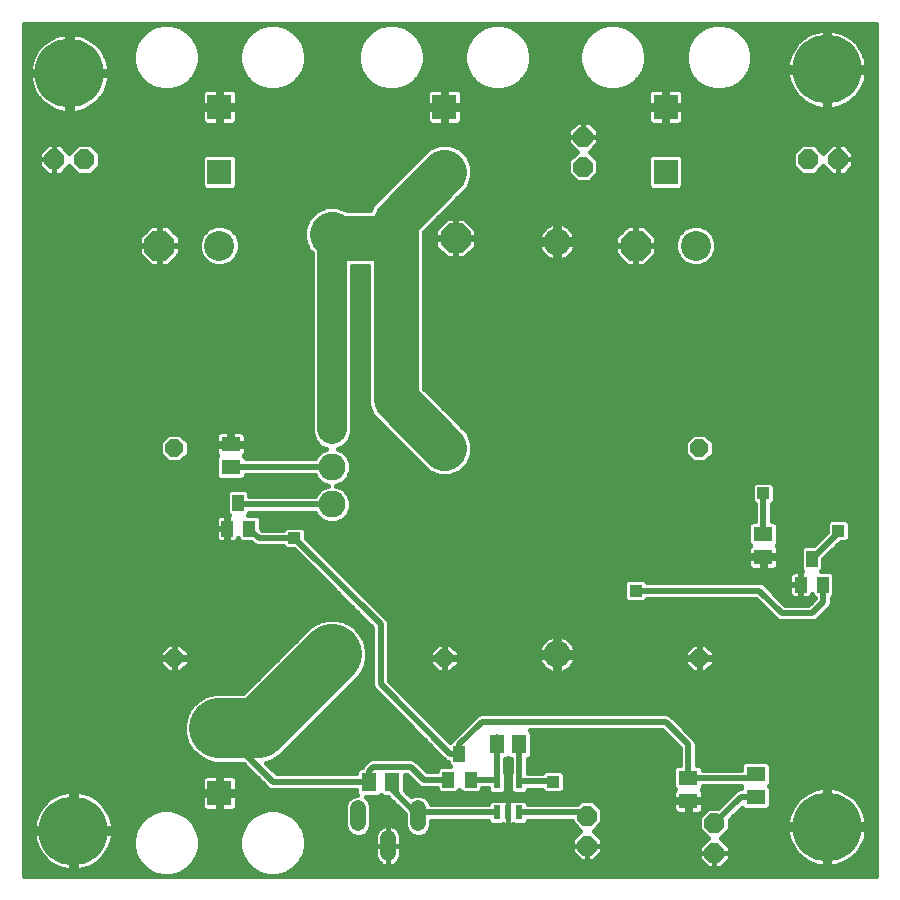
<source format=gbl>
G75*
%MOIN*%
%OFA0B0*%
%FSLAX24Y24*%
%IPPOS*%
%LPD*%
%AMOC8*
5,1,8,0,0,1.08239X$1,22.5*
%
%ADD10C,0.1000*%
%ADD11OC8,0.1000*%
%ADD12C,0.2300*%
%ADD13R,0.0236X0.0472*%
%ADD14R,0.0827X0.0827*%
%ADD15R,0.0394X0.0551*%
%ADD16R,0.0630X0.0512*%
%ADD17OC8,0.0600*%
%ADD18C,0.0520*%
%ADD19R,0.0512X0.0630*%
%ADD20C,0.0900*%
%ADD21OC8,0.0660*%
%ADD22C,0.0160*%
%ADD23C,0.2000*%
%ADD24C,0.0200*%
%ADD25R,0.0396X0.0396*%
%ADD26C,0.1000*%
%ADD27C,0.1500*%
D10*
X007180Y023833D03*
X013055Y024083D03*
X023055Y023833D03*
D11*
X021055Y023833D03*
X015055Y024083D03*
X005180Y023833D03*
D12*
X002180Y029583D03*
X002305Y004333D03*
X027430Y004458D03*
X027430Y029708D03*
D13*
X017179Y005972D03*
X016431Y005972D03*
X016431Y004944D03*
X016805Y004944D03*
X017179Y004944D03*
D14*
X007180Y005583D03*
X007180Y007748D03*
X007180Y026293D03*
X007180Y028458D03*
X014680Y028458D03*
X014680Y026293D03*
X022055Y026293D03*
X022055Y028458D03*
D15*
X026930Y013391D03*
X026556Y012525D03*
X027304Y012525D03*
X015554Y006025D03*
X014806Y006025D03*
X015180Y006891D03*
X008179Y014400D03*
X007805Y015266D03*
X007431Y014400D03*
D16*
X007555Y016459D03*
X007555Y017207D03*
X022805Y006082D03*
X022805Y005334D03*
X025055Y005459D03*
X025055Y006207D03*
X025305Y013459D03*
X025305Y014207D03*
D17*
X023180Y017083D03*
X023180Y010083D03*
X014680Y010083D03*
X014680Y017083D03*
X005680Y017083D03*
X005680Y010083D03*
D18*
X011805Y005093D02*
X011805Y004573D01*
X012805Y004093D02*
X012805Y003573D01*
X013805Y004573D02*
X013805Y005093D01*
D19*
X012929Y005958D03*
X012181Y005958D03*
X016431Y007208D03*
X017179Y007208D03*
D20*
X018430Y010208D03*
X010930Y010208D03*
X010930Y015208D03*
X010930Y016458D03*
X010930Y017708D03*
X010930Y023958D03*
X018430Y023958D03*
D21*
X019305Y026458D03*
X019305Y027458D03*
X026805Y026708D03*
X027805Y026708D03*
X019430Y004833D03*
X019430Y003833D03*
X023680Y003583D03*
X023680Y004583D03*
X002680Y026708D03*
X001680Y026708D03*
D22*
X000660Y031224D02*
X000660Y002813D01*
X029070Y002813D01*
X029070Y031224D01*
X000660Y031224D01*
X000660Y031113D02*
X004923Y031113D01*
X004980Y031146D02*
X004727Y031000D01*
X004520Y030793D01*
X004374Y030540D01*
X004298Y030258D01*
X004298Y029965D01*
X004374Y029683D01*
X004520Y029430D01*
X004727Y029223D01*
X004980Y029077D01*
X005262Y029002D01*
X005554Y029002D01*
X005837Y029077D01*
X006090Y029223D01*
X006297Y029430D01*
X006443Y029683D01*
X006518Y029965D01*
X006518Y030258D01*
X006443Y030540D01*
X006297Y030793D01*
X006090Y031000D01*
X005837Y031146D01*
X005554Y031222D01*
X005262Y031222D01*
X004980Y031146D01*
X004682Y030955D02*
X000660Y030955D01*
X000660Y030796D02*
X001633Y030796D01*
X001611Y030787D02*
X001495Y030725D01*
X001387Y030653D01*
X001286Y030570D01*
X001193Y030477D01*
X001110Y030376D01*
X001038Y030268D01*
X000976Y030152D01*
X000926Y030032D01*
X000888Y029907D01*
X000863Y029778D01*
X000851Y029663D01*
X002100Y029663D01*
X002100Y029503D01*
X002260Y029503D01*
X002260Y028255D01*
X002375Y028266D01*
X002504Y028291D01*
X002629Y028329D01*
X002749Y028379D01*
X002865Y028441D01*
X002973Y028514D01*
X003074Y028596D01*
X003167Y028689D01*
X003250Y028790D01*
X003322Y028898D01*
X003384Y029014D01*
X003434Y029134D01*
X003472Y029260D01*
X003497Y029388D01*
X003509Y029503D01*
X002260Y029503D01*
X002260Y029663D01*
X003509Y029663D01*
X003497Y029778D01*
X003472Y029907D01*
X003434Y030032D01*
X003384Y030152D01*
X003322Y030268D01*
X003250Y030376D01*
X003167Y030477D01*
X003074Y030570D01*
X002973Y030653D01*
X002865Y030725D01*
X002749Y030787D01*
X002629Y030837D01*
X002504Y030875D01*
X002375Y030900D01*
X002260Y030912D01*
X002260Y029663D01*
X002100Y029663D01*
X002100Y030912D01*
X001985Y030900D01*
X001856Y030875D01*
X001731Y030837D01*
X001611Y030787D01*
X001368Y030638D02*
X000660Y030638D01*
X000660Y030479D02*
X001195Y030479D01*
X001073Y030321D02*
X000660Y030321D01*
X000660Y030162D02*
X000981Y030162D01*
X000918Y030004D02*
X000660Y030004D01*
X000660Y029845D02*
X000876Y029845D01*
X000854Y029687D02*
X000660Y029687D01*
X000660Y029528D02*
X002100Y029528D01*
X002100Y029503D02*
X000851Y029503D01*
X000863Y029388D01*
X000888Y029260D01*
X000926Y029134D01*
X000976Y029014D01*
X001038Y028898D01*
X001110Y028790D01*
X001193Y028689D01*
X001286Y028596D01*
X001387Y028514D01*
X001495Y028441D01*
X001611Y028379D01*
X001731Y028329D01*
X001856Y028291D01*
X001985Y028266D01*
X002100Y028255D01*
X002100Y029503D01*
X002100Y029370D02*
X002260Y029370D01*
X002260Y029528D02*
X004464Y029528D01*
X004373Y029687D02*
X003506Y029687D01*
X003484Y029845D02*
X004331Y029845D01*
X004298Y030004D02*
X003442Y030004D01*
X003379Y030162D02*
X004298Y030162D01*
X004315Y030321D02*
X003287Y030321D01*
X003165Y030479D02*
X004358Y030479D01*
X004430Y030638D02*
X002992Y030638D01*
X002727Y030796D02*
X004523Y030796D01*
X005894Y031113D02*
X008466Y031113D01*
X008523Y031146D02*
X008270Y031000D01*
X008063Y030793D01*
X007917Y030540D01*
X007842Y030258D01*
X007842Y029965D01*
X007917Y029683D01*
X008063Y029430D01*
X008270Y029223D01*
X008523Y029077D01*
X008806Y029002D01*
X009098Y029002D01*
X009380Y029077D01*
X009633Y029223D01*
X009840Y029430D01*
X009986Y029683D01*
X010062Y029965D01*
X010062Y030258D01*
X009986Y030540D01*
X009840Y030793D01*
X009633Y031000D01*
X009380Y031146D01*
X009098Y031222D01*
X008806Y031222D01*
X008523Y031146D01*
X008225Y030955D02*
X006135Y030955D01*
X006294Y030796D02*
X008066Y030796D01*
X007974Y030638D02*
X006386Y030638D01*
X006459Y030479D02*
X007901Y030479D01*
X007859Y030321D02*
X006501Y030321D01*
X006518Y030162D02*
X007842Y030162D01*
X007842Y030004D02*
X006518Y030004D01*
X006486Y029845D02*
X007874Y029845D01*
X007916Y029687D02*
X006444Y029687D01*
X006353Y029528D02*
X008007Y029528D01*
X008124Y029370D02*
X006236Y029370D01*
X006068Y029211D02*
X008292Y029211D01*
X008615Y029053D02*
X005745Y029053D01*
X005072Y029053D02*
X003400Y029053D01*
X003457Y029211D02*
X004748Y029211D01*
X004581Y029370D02*
X003494Y029370D01*
X003319Y028894D02*
X006587Y028894D01*
X006587Y028895D02*
X006587Y028516D01*
X007122Y028516D01*
X007122Y028400D01*
X007238Y028400D01*
X007238Y028516D01*
X007773Y028516D01*
X007773Y028895D01*
X007761Y028941D01*
X007737Y028982D01*
X007704Y029015D01*
X007663Y029039D01*
X007617Y029051D01*
X007238Y029051D01*
X007238Y028516D01*
X007122Y028516D01*
X007122Y029051D01*
X006743Y029051D01*
X006697Y029039D01*
X006656Y029015D01*
X006623Y028982D01*
X006599Y028941D01*
X006587Y028895D01*
X006587Y028736D02*
X003205Y028736D01*
X003051Y028577D02*
X006587Y028577D01*
X006587Y028400D02*
X006587Y028021D01*
X006599Y027975D01*
X006623Y027934D01*
X006656Y027901D01*
X006697Y027877D01*
X006743Y027865D01*
X007122Y027865D01*
X007122Y028400D01*
X006587Y028400D01*
X006587Y028260D02*
X002317Y028260D01*
X002260Y028260D02*
X002100Y028260D01*
X002043Y028260D02*
X000660Y028260D01*
X000660Y028102D02*
X006587Y028102D01*
X006617Y027943D02*
X000660Y027943D01*
X000660Y027785D02*
X018910Y027785D01*
X018795Y027669D02*
X019094Y027968D01*
X019305Y027968D01*
X019305Y027458D01*
X019305Y027458D01*
X019815Y027458D01*
X019815Y027247D01*
X019526Y026958D01*
X019815Y026669D01*
X019815Y026247D01*
X019516Y025948D01*
X019094Y025948D01*
X018795Y026247D01*
X018795Y026669D01*
X019084Y026958D01*
X018795Y027247D01*
X018795Y027458D01*
X019305Y027458D01*
X019305Y027458D01*
X019815Y027458D01*
X019815Y027669D01*
X019516Y027968D01*
X019305Y027968D01*
X019305Y027458D01*
X018795Y027458D01*
X018795Y027669D01*
X018795Y027626D02*
X000660Y027626D01*
X000660Y027468D02*
X018795Y027468D01*
X018795Y027309D02*
X000660Y027309D01*
X000660Y027151D02*
X001401Y027151D01*
X001469Y027218D02*
X001170Y026919D01*
X001170Y026708D01*
X001170Y026497D01*
X001469Y026198D01*
X001680Y026198D01*
X001891Y026198D01*
X002180Y026487D01*
X002469Y026198D01*
X002891Y026198D01*
X003190Y026497D01*
X003190Y026919D01*
X002891Y027218D01*
X002469Y027218D01*
X002180Y026929D01*
X001891Y027218D01*
X001680Y027218D01*
X001469Y027218D01*
X001680Y027218D02*
X001680Y026708D01*
X001680Y026198D01*
X001680Y026708D01*
X001680Y026708D01*
X001170Y026708D01*
X001680Y026708D01*
X001680Y026708D01*
X001680Y026708D01*
X001680Y027218D01*
X001680Y027151D02*
X001680Y027151D01*
X001680Y026992D02*
X001680Y026992D01*
X001680Y026834D02*
X001680Y026834D01*
X001680Y026675D02*
X001680Y026675D01*
X001680Y026517D02*
X001680Y026517D01*
X001680Y026358D02*
X001680Y026358D01*
X001680Y026200D02*
X001680Y026200D01*
X001893Y026200D02*
X002467Y026200D01*
X002309Y026358D02*
X002051Y026358D01*
X001467Y026200D02*
X000660Y026200D01*
X000660Y026358D02*
X001309Y026358D01*
X001170Y026517D02*
X000660Y026517D01*
X000660Y026675D02*
X001170Y026675D01*
X001170Y026834D02*
X000660Y026834D01*
X000660Y026992D02*
X001243Y026992D01*
X001959Y027151D02*
X002401Y027151D01*
X002243Y026992D02*
X002117Y026992D01*
X002959Y027151D02*
X014321Y027151D01*
X014153Y027081D02*
X012267Y025195D01*
X012191Y025013D01*
X011417Y025013D01*
X011115Y025138D01*
X010745Y025138D01*
X010403Y024996D01*
X010142Y024735D01*
X010000Y024393D01*
X010000Y024023D01*
X010142Y023681D01*
X010250Y023573D01*
X010250Y017573D01*
X010354Y017323D01*
X010545Y017132D01*
X010727Y017056D01*
X010573Y016992D01*
X010396Y016815D01*
X010364Y016738D01*
X008050Y016738D01*
X008050Y016790D01*
X008006Y016833D01*
X008014Y016841D01*
X008038Y016882D01*
X008050Y016927D01*
X008050Y017159D01*
X007603Y017159D01*
X007603Y017255D01*
X008050Y017255D01*
X008050Y017487D01*
X008038Y017532D01*
X008014Y017574D01*
X007980Y017607D01*
X007939Y017631D01*
X007894Y017643D01*
X007603Y017643D01*
X007603Y017255D01*
X007507Y017255D01*
X007507Y017159D01*
X007060Y017159D01*
X007060Y016927D01*
X007072Y016882D01*
X007096Y016841D01*
X007104Y016833D01*
X007060Y016790D01*
X007060Y016129D01*
X007165Y016023D01*
X007945Y016023D01*
X008050Y016129D01*
X008050Y016178D01*
X010364Y016178D01*
X010396Y016101D01*
X010573Y015924D01*
X010793Y015833D01*
X010573Y015742D01*
X010396Y015565D01*
X010364Y015488D01*
X008182Y015488D01*
X008182Y015616D01*
X008076Y015722D01*
X007534Y015722D01*
X007428Y015616D01*
X007428Y014916D01*
X007489Y014856D01*
X007449Y014856D01*
X007449Y014418D01*
X007413Y014418D01*
X007413Y014382D01*
X007449Y014382D01*
X007449Y013944D01*
X007652Y013944D01*
X007697Y013957D01*
X007738Y013980D01*
X007772Y014014D01*
X007796Y014055D01*
X007802Y014080D01*
X007802Y014050D01*
X007908Y013944D01*
X008239Y013944D01*
X008337Y013846D01*
X008440Y013803D01*
X009309Y013803D01*
X009407Y013705D01*
X009662Y013705D01*
X012275Y011092D01*
X012275Y009152D01*
X012318Y009049D01*
X012396Y008971D01*
X014713Y006654D01*
X014803Y006617D01*
X014803Y006541D01*
X014864Y006481D01*
X014535Y006481D01*
X014429Y006375D01*
X014429Y006305D01*
X014104Y006305D01*
X013792Y006617D01*
X013714Y006695D01*
X013611Y006738D01*
X012249Y006738D01*
X012146Y006695D01*
X011944Y006493D01*
X011927Y006453D01*
X011851Y006453D01*
X011745Y006348D01*
X011745Y006238D01*
X009086Y006238D01*
X008728Y006596D01*
X008926Y006649D01*
X009195Y006804D01*
X009415Y007024D01*
X011874Y009484D01*
X012030Y009753D01*
X012110Y010053D01*
X012110Y010363D01*
X012030Y010664D01*
X011874Y010933D01*
X011655Y011152D01*
X011385Y011308D01*
X011085Y011388D01*
X010775Y011388D01*
X010475Y011308D01*
X010205Y011152D01*
X007982Y008928D01*
X007025Y008928D01*
X006725Y008848D01*
X006455Y008693D01*
X006236Y008473D01*
X006080Y008204D01*
X006000Y007904D01*
X006000Y007593D01*
X006080Y007293D01*
X006236Y007024D01*
X006455Y006804D01*
X006725Y006649D01*
X007025Y006568D01*
X007964Y006568D01*
X008812Y005721D01*
X008915Y005678D01*
X011745Y005678D01*
X011745Y005569D01*
X011781Y005533D01*
X011717Y005533D01*
X011556Y005466D01*
X011432Y005342D01*
X011365Y005181D01*
X011365Y004486D01*
X011432Y004324D01*
X011556Y004200D01*
X011717Y004133D01*
X011893Y004133D01*
X012054Y004200D01*
X012178Y004324D01*
X012245Y004486D01*
X012245Y005181D01*
X012178Y005342D01*
X012057Y005463D01*
X012511Y005463D01*
X012555Y005507D01*
X012599Y005463D01*
X012779Y005463D01*
X013365Y004877D01*
X013365Y004486D01*
X013432Y004324D01*
X013556Y004200D01*
X013717Y004133D01*
X013893Y004133D01*
X014054Y004200D01*
X014178Y004324D01*
X014245Y004486D01*
X014245Y004664D01*
X016133Y004664D01*
X016133Y004633D01*
X016238Y004528D01*
X016624Y004528D01*
X016632Y004536D01*
X016663Y004528D01*
X016805Y004528D01*
X016947Y004528D01*
X016978Y004536D01*
X016986Y004528D01*
X017372Y004528D01*
X017477Y004633D01*
X017477Y004664D01*
X018920Y004664D01*
X018920Y004622D01*
X019209Y004333D01*
X018920Y004044D01*
X018920Y003833D01*
X018920Y003622D01*
X019219Y003323D01*
X019430Y003323D01*
X019430Y003833D01*
X019430Y003323D01*
X019641Y003323D01*
X019940Y003622D01*
X019940Y003833D01*
X019430Y003833D01*
X019430Y003833D01*
X019430Y003833D01*
X018920Y003833D01*
X019430Y003833D01*
X019430Y003833D01*
X019940Y003833D01*
X019940Y004044D01*
X019651Y004333D01*
X019940Y004622D01*
X019940Y005044D01*
X019641Y005343D01*
X019219Y005343D01*
X019100Y005224D01*
X017477Y005224D01*
X017477Y005255D01*
X017372Y005360D01*
X016986Y005360D01*
X016978Y005352D01*
X016947Y005360D01*
X016805Y005360D01*
X016663Y005360D01*
X016632Y005352D01*
X016624Y005360D01*
X016238Y005360D01*
X016133Y005255D01*
X016133Y005224D01*
X014227Y005224D01*
X014178Y005342D01*
X014054Y005466D01*
X013893Y005533D01*
X013717Y005533D01*
X013564Y005470D01*
X013365Y005669D01*
X013365Y006178D01*
X013439Y006178D01*
X013829Y005788D01*
X013932Y005745D01*
X014429Y005745D01*
X014429Y005675D01*
X014535Y005569D01*
X015077Y005569D01*
X015180Y005672D01*
X015283Y005569D01*
X015825Y005569D01*
X015931Y005675D01*
X015931Y005745D01*
X016133Y005745D01*
X016133Y005661D01*
X016238Y005556D01*
X016624Y005556D01*
X016729Y005661D01*
X016729Y006283D01*
X016711Y006301D01*
X016711Y006713D01*
X016761Y006713D01*
X016805Y006757D01*
X016849Y006713D01*
X016899Y006713D01*
X016899Y006301D01*
X016881Y006283D01*
X016881Y005661D01*
X016986Y005556D01*
X017372Y005556D01*
X017477Y005661D01*
X017477Y005692D01*
X017927Y005692D01*
X017927Y005685D01*
X018032Y005580D01*
X018578Y005580D01*
X018683Y005685D01*
X018683Y006231D01*
X018578Y006336D01*
X018032Y006336D01*
X017948Y006252D01*
X017477Y006252D01*
X017477Y006283D01*
X017459Y006301D01*
X017459Y006713D01*
X017509Y006713D01*
X017615Y006819D01*
X017615Y007598D01*
X017534Y007678D01*
X021939Y007678D01*
X022525Y007092D01*
X022525Y006518D01*
X022415Y006518D01*
X022310Y006413D01*
X022310Y005752D01*
X022354Y005708D01*
X022346Y005700D01*
X022322Y005659D01*
X022310Y005614D01*
X022310Y005382D01*
X022757Y005382D01*
X022757Y005286D01*
X022853Y005286D01*
X022853Y004898D01*
X023144Y004898D01*
X023189Y004910D01*
X023230Y004934D01*
X023264Y004968D01*
X023288Y005009D01*
X023300Y005054D01*
X023300Y005286D01*
X022853Y005286D01*
X022853Y005382D01*
X023300Y005382D01*
X023300Y005614D01*
X023288Y005659D01*
X023264Y005700D01*
X023256Y005708D01*
X023300Y005752D01*
X023300Y005802D01*
X024573Y005802D01*
X024560Y005790D01*
X024560Y005739D01*
X024500Y005739D01*
X024397Y005696D01*
X023794Y005093D01*
X023469Y005093D01*
X023170Y004794D01*
X023170Y004372D01*
X023459Y004083D01*
X023170Y003794D01*
X023170Y003583D01*
X023170Y003372D01*
X023469Y003073D01*
X023680Y003073D01*
X023680Y003583D01*
X023680Y003073D01*
X023891Y003073D01*
X024190Y003372D01*
X024190Y003583D01*
X023680Y003583D01*
X023680Y003583D01*
X023680Y003583D01*
X023170Y003583D01*
X023680Y003583D01*
X023680Y003583D01*
X024190Y003583D01*
X024190Y003794D01*
X023901Y004083D01*
X024190Y004372D01*
X024190Y004697D01*
X024591Y005098D01*
X024665Y005023D01*
X025445Y005023D01*
X025550Y005129D01*
X025550Y005790D01*
X025506Y005833D01*
X025550Y005877D01*
X025550Y006538D01*
X025445Y006643D01*
X024665Y006643D01*
X024560Y006538D01*
X024560Y006363D01*
X023300Y006363D01*
X023300Y006413D01*
X023195Y006518D01*
X023085Y006518D01*
X023085Y007264D01*
X023042Y007367D01*
X022292Y008117D01*
X022214Y008195D01*
X022111Y008238D01*
X015874Y008238D01*
X015771Y008195D01*
X015021Y007445D01*
X014943Y007367D01*
X014934Y007347D01*
X014909Y007347D01*
X014860Y007299D01*
X012835Y009324D01*
X012835Y011264D01*
X012792Y011367D01*
X010058Y014101D01*
X010058Y014356D01*
X009953Y014461D01*
X009407Y014461D01*
X009309Y014363D01*
X008612Y014363D01*
X008556Y014419D01*
X008556Y014750D01*
X008450Y014856D01*
X008121Y014856D01*
X008182Y014916D01*
X008182Y014928D01*
X010364Y014928D01*
X010396Y014851D01*
X010573Y014674D01*
X010805Y014578D01*
X011055Y014578D01*
X011287Y014674D01*
X011464Y014851D01*
X011560Y015083D01*
X011560Y015333D01*
X011464Y015565D01*
X011287Y015742D01*
X011067Y015833D01*
X011287Y015924D01*
X011464Y016101D01*
X011560Y016333D01*
X011560Y016583D01*
X011464Y016815D01*
X011287Y016992D01*
X011133Y017056D01*
X011315Y017132D01*
X011506Y017323D01*
X011610Y017573D01*
X011610Y023153D01*
X012125Y023153D01*
X012125Y018523D01*
X012267Y018181D01*
X014153Y016295D01*
X014495Y016153D01*
X014865Y016153D01*
X015207Y016295D01*
X015468Y016556D01*
X015610Y016898D01*
X015610Y017268D01*
X015468Y017610D01*
X013985Y019093D01*
X013985Y024282D01*
X015468Y025766D01*
X015610Y026108D01*
X015610Y026478D01*
X015468Y026820D01*
X015207Y027081D01*
X014865Y027223D01*
X014495Y027223D01*
X014153Y027081D01*
X014064Y026992D02*
X003117Y026992D01*
X003190Y026834D02*
X006640Y026834D01*
X006692Y026886D02*
X006587Y026781D01*
X006587Y025805D01*
X006692Y025699D01*
X007668Y025699D01*
X007773Y025805D01*
X007773Y026781D01*
X007668Y026886D01*
X006692Y026886D01*
X006587Y026675D02*
X003190Y026675D01*
X003190Y026517D02*
X006587Y026517D01*
X006587Y026358D02*
X003051Y026358D01*
X002893Y026200D02*
X006587Y026200D01*
X006587Y026041D02*
X000660Y026041D01*
X000660Y025883D02*
X006587Y025883D01*
X006667Y025724D02*
X000660Y025724D01*
X000660Y025566D02*
X012638Y025566D01*
X012796Y025724D02*
X007693Y025724D01*
X007773Y025883D02*
X012955Y025883D01*
X013113Y026041D02*
X007773Y026041D01*
X007773Y026200D02*
X013272Y026200D01*
X013430Y026358D02*
X007773Y026358D01*
X007773Y026517D02*
X013589Y026517D01*
X013747Y026675D02*
X007773Y026675D01*
X007720Y026834D02*
X013906Y026834D01*
X014197Y027877D02*
X014243Y027865D01*
X014622Y027865D01*
X014622Y028400D01*
X014738Y028400D01*
X014738Y028516D01*
X015273Y028516D01*
X015273Y028895D01*
X015261Y028941D01*
X015237Y028982D01*
X015204Y029015D01*
X015163Y029039D01*
X015117Y029051D01*
X014738Y029051D01*
X014738Y028516D01*
X014622Y028516D01*
X014622Y028400D01*
X014087Y028400D01*
X014087Y028021D01*
X014099Y027975D01*
X014123Y027934D01*
X014156Y027901D01*
X014197Y027877D01*
X014117Y027943D02*
X007743Y027943D01*
X007737Y027934D02*
X007761Y027975D01*
X007773Y028021D01*
X007773Y028400D01*
X007238Y028400D01*
X007238Y027865D01*
X007617Y027865D01*
X007663Y027877D01*
X007704Y027901D01*
X007737Y027934D01*
X007773Y028102D02*
X014087Y028102D01*
X014087Y028260D02*
X007773Y028260D01*
X007773Y028577D02*
X014087Y028577D01*
X014087Y028516D02*
X014622Y028516D01*
X014622Y029051D01*
X014243Y029051D01*
X014197Y029039D01*
X014156Y029015D01*
X014123Y028982D01*
X014099Y028941D01*
X014087Y028895D01*
X014087Y028516D01*
X014087Y028736D02*
X007773Y028736D01*
X007773Y028894D02*
X014087Y028894D01*
X014622Y028894D02*
X014738Y028894D01*
X014738Y028736D02*
X014622Y028736D01*
X014622Y028577D02*
X014738Y028577D01*
X014738Y028419D02*
X021997Y028419D01*
X021997Y028400D02*
X021462Y028400D01*
X021462Y028021D01*
X021474Y027975D01*
X021498Y027934D01*
X021531Y027901D01*
X021572Y027877D01*
X021618Y027865D01*
X021997Y027865D01*
X021997Y028400D01*
X022113Y028400D01*
X022113Y028516D01*
X022648Y028516D01*
X022648Y028895D01*
X022636Y028941D01*
X022612Y028982D01*
X022579Y029015D01*
X022538Y029039D01*
X022492Y029051D01*
X022113Y029051D01*
X022113Y028516D01*
X021997Y028516D01*
X021997Y028400D01*
X022113Y028400D02*
X022113Y027865D01*
X022492Y027865D01*
X022538Y027877D01*
X022579Y027901D01*
X022612Y027934D01*
X022636Y027975D01*
X022648Y028021D01*
X022648Y028400D01*
X022113Y028400D01*
X022113Y028419D02*
X027099Y028419D01*
X027106Y028416D02*
X027235Y028391D01*
X027350Y028380D01*
X027350Y029628D01*
X027510Y029628D01*
X027510Y028380D01*
X027625Y028391D01*
X027754Y028416D01*
X027879Y028454D01*
X027999Y028504D01*
X028115Y028566D01*
X028223Y028639D01*
X028324Y028721D01*
X028417Y028814D01*
X028500Y028915D01*
X028572Y029023D01*
X028634Y029139D01*
X028684Y029259D01*
X028722Y029385D01*
X028747Y029513D01*
X028759Y029628D01*
X027510Y029628D01*
X027510Y029788D01*
X028759Y029788D01*
X028747Y029903D01*
X028722Y030032D01*
X028684Y030157D01*
X028634Y030277D01*
X028572Y030393D01*
X028500Y030501D01*
X028417Y030602D01*
X028324Y030695D01*
X028223Y030778D01*
X028115Y030850D01*
X027999Y030912D01*
X027879Y030962D01*
X027754Y031000D01*
X027625Y031025D01*
X027510Y031037D01*
X027510Y029788D01*
X027350Y029788D01*
X027350Y029628D01*
X026101Y029628D01*
X026113Y029513D01*
X026138Y029385D01*
X026176Y029259D01*
X026226Y029139D01*
X026288Y029023D01*
X026360Y028915D01*
X026443Y028814D01*
X026536Y028721D01*
X026637Y028639D01*
X026745Y028566D01*
X026861Y028504D01*
X026981Y028454D01*
X027106Y028416D01*
X027350Y028419D02*
X027510Y028419D01*
X027510Y028577D02*
X027350Y028577D01*
X027350Y028736D02*
X027510Y028736D01*
X027510Y028894D02*
X027350Y028894D01*
X027350Y029053D02*
X027510Y029053D01*
X027510Y029211D02*
X027350Y029211D01*
X027350Y029370D02*
X027510Y029370D01*
X027510Y029528D02*
X027350Y029528D01*
X027350Y029687D02*
X024862Y029687D01*
X024861Y029683D02*
X024937Y029965D01*
X024937Y030258D01*
X024861Y030540D01*
X024715Y030793D01*
X024508Y031000D01*
X024255Y031146D01*
X023973Y031222D01*
X023681Y031222D01*
X023398Y031146D01*
X023145Y031000D01*
X022938Y030793D01*
X022792Y030540D01*
X022717Y030258D01*
X022717Y029965D01*
X022792Y029683D01*
X022938Y029430D01*
X023145Y029223D01*
X023398Y029077D01*
X023681Y029002D01*
X023973Y029002D01*
X024255Y029077D01*
X024508Y029223D01*
X024715Y029430D01*
X024861Y029683D01*
X024904Y029845D02*
X026107Y029845D01*
X026101Y029788D02*
X026113Y029903D01*
X026138Y030032D01*
X026176Y030157D01*
X026226Y030277D01*
X026288Y030393D01*
X026360Y030501D01*
X026443Y030602D01*
X026536Y030695D01*
X026637Y030778D01*
X026745Y030850D01*
X026861Y030912D01*
X026981Y030962D01*
X027106Y031000D01*
X027235Y031025D01*
X027350Y031037D01*
X027350Y029788D01*
X026101Y029788D01*
X026133Y030004D02*
X024937Y030004D01*
X024937Y030162D02*
X026178Y030162D01*
X026249Y030321D02*
X024920Y030321D01*
X024877Y030479D02*
X026346Y030479D01*
X026479Y030638D02*
X024805Y030638D01*
X024712Y030796D02*
X026664Y030796D01*
X026964Y030955D02*
X024553Y030955D01*
X024312Y031113D02*
X029070Y031113D01*
X029070Y030955D02*
X027896Y030955D01*
X028196Y030796D02*
X029070Y030796D01*
X029070Y030638D02*
X028381Y030638D01*
X028514Y030479D02*
X029070Y030479D01*
X029070Y030321D02*
X028611Y030321D01*
X028682Y030162D02*
X029070Y030162D01*
X029070Y030004D02*
X028727Y030004D01*
X028753Y029845D02*
X029070Y029845D01*
X029070Y029687D02*
X027510Y029687D01*
X027510Y029845D02*
X027350Y029845D01*
X027350Y030004D02*
X027510Y030004D01*
X027510Y030162D02*
X027350Y030162D01*
X027350Y030321D02*
X027510Y030321D01*
X027510Y030479D02*
X027350Y030479D01*
X027350Y030638D02*
X027510Y030638D01*
X027510Y030796D02*
X027350Y030796D01*
X027350Y030955D02*
X027510Y030955D01*
X028749Y029528D02*
X029070Y029528D01*
X029070Y029370D02*
X028717Y029370D01*
X028664Y029211D02*
X029070Y029211D01*
X029070Y029053D02*
X028588Y029053D01*
X028483Y028894D02*
X029070Y028894D01*
X029070Y028736D02*
X028338Y028736D01*
X028131Y028577D02*
X029070Y028577D01*
X029070Y028419D02*
X027761Y028419D01*
X026729Y028577D02*
X022648Y028577D01*
X022648Y028736D02*
X026522Y028736D01*
X026377Y028894D02*
X022648Y028894D01*
X022113Y028894D02*
X021997Y028894D01*
X021997Y029051D02*
X021618Y029051D01*
X021572Y029039D01*
X021531Y029015D01*
X021498Y028982D01*
X021474Y028941D01*
X021462Y028895D01*
X021462Y028516D01*
X021997Y028516D01*
X021997Y029051D01*
X021997Y028736D02*
X022113Y028736D01*
X022113Y028577D02*
X021997Y028577D01*
X021997Y028260D02*
X022113Y028260D01*
X022113Y028102D02*
X021997Y028102D01*
X021997Y027943D02*
X022113Y027943D01*
X022618Y027943D02*
X029070Y027943D01*
X029070Y027785D02*
X019700Y027785D01*
X019815Y027626D02*
X029070Y027626D01*
X029070Y027468D02*
X019815Y027468D01*
X019815Y027309D02*
X029070Y027309D01*
X029070Y027151D02*
X028084Y027151D01*
X028016Y027218D02*
X028315Y026919D01*
X028315Y026708D01*
X027805Y026708D01*
X027805Y026198D01*
X028016Y026198D01*
X028315Y026497D01*
X028315Y026708D01*
X027805Y026708D01*
X027805Y026708D01*
X027805Y026198D01*
X027594Y026198D01*
X027305Y026487D01*
X027016Y026198D01*
X026594Y026198D01*
X026295Y026497D01*
X026295Y026919D01*
X026594Y027218D01*
X027016Y027218D01*
X027305Y026929D01*
X027594Y027218D01*
X027805Y027218D01*
X028016Y027218D01*
X027805Y027218D02*
X027805Y026708D01*
X027805Y026708D01*
X027805Y027218D01*
X027805Y027151D02*
X027805Y027151D01*
X027805Y026992D02*
X027805Y026992D01*
X027805Y026834D02*
X027805Y026834D01*
X027805Y026708D02*
X027805Y026708D01*
X027805Y026675D02*
X027805Y026675D01*
X027805Y026517D02*
X027805Y026517D01*
X027805Y026358D02*
X027805Y026358D01*
X027805Y026200D02*
X027805Y026200D01*
X028018Y026200D02*
X029070Y026200D01*
X029070Y026358D02*
X028176Y026358D01*
X028315Y026517D02*
X029070Y026517D01*
X029070Y026675D02*
X028315Y026675D01*
X028315Y026834D02*
X029070Y026834D01*
X029070Y026992D02*
X028242Y026992D01*
X027526Y027151D02*
X027084Y027151D01*
X027242Y026992D02*
X027368Y026992D01*
X027434Y026358D02*
X027176Y026358D01*
X027018Y026200D02*
X027592Y026200D01*
X026592Y026200D02*
X022648Y026200D01*
X022648Y026358D02*
X026434Y026358D01*
X026295Y026517D02*
X022648Y026517D01*
X022648Y026675D02*
X026295Y026675D01*
X026295Y026834D02*
X022595Y026834D01*
X022543Y026886D02*
X021567Y026886D01*
X021462Y026781D01*
X021462Y025805D01*
X021567Y025699D01*
X022543Y025699D01*
X022648Y025805D01*
X022648Y026781D01*
X022543Y026886D01*
X022648Y026041D02*
X029070Y026041D01*
X029070Y025883D02*
X022648Y025883D01*
X022568Y025724D02*
X029070Y025724D01*
X029070Y025566D02*
X015268Y025566D01*
X015427Y025724D02*
X021542Y025724D01*
X021462Y025883D02*
X015517Y025883D01*
X015582Y026041D02*
X019001Y026041D01*
X018842Y026200D02*
X015610Y026200D01*
X015610Y026358D02*
X018795Y026358D01*
X018795Y026517D02*
X015594Y026517D01*
X015528Y026675D02*
X018801Y026675D01*
X018959Y026834D02*
X015454Y026834D01*
X015296Y026992D02*
X019050Y026992D01*
X018891Y027151D02*
X015039Y027151D01*
X015117Y027865D02*
X014738Y027865D01*
X014738Y028400D01*
X015273Y028400D01*
X015273Y028021D01*
X015261Y027975D01*
X015237Y027934D01*
X015204Y027901D01*
X015163Y027877D01*
X015117Y027865D01*
X015243Y027943D02*
X019069Y027943D01*
X019305Y027943D02*
X019305Y027943D01*
X019305Y027785D02*
X019305Y027785D01*
X019305Y027626D02*
X019305Y027626D01*
X019305Y027468D02*
X019305Y027468D01*
X019305Y027458D02*
X019305Y027458D01*
X019541Y027943D02*
X021492Y027943D01*
X021462Y028102D02*
X015273Y028102D01*
X015273Y028260D02*
X021462Y028260D01*
X021462Y028577D02*
X015273Y028577D01*
X015273Y028736D02*
X021462Y028736D01*
X021462Y028894D02*
X015273Y028894D01*
X015624Y029370D02*
X013736Y029370D01*
X013797Y029430D02*
X013943Y029683D01*
X014018Y029965D01*
X014018Y030258D01*
X013943Y030540D01*
X013797Y030793D01*
X013590Y031000D01*
X013337Y031146D01*
X013054Y031222D01*
X012762Y031222D01*
X012480Y031146D01*
X012227Y031000D01*
X012020Y030793D01*
X011874Y030540D01*
X011798Y030258D01*
X011798Y029965D01*
X011874Y029683D01*
X012020Y029430D01*
X012227Y029223D01*
X012480Y029077D01*
X012762Y029002D01*
X013054Y029002D01*
X013337Y029077D01*
X013590Y029223D01*
X013797Y029430D01*
X013853Y029528D02*
X015507Y029528D01*
X015563Y029430D02*
X015417Y029683D01*
X015342Y029965D01*
X015342Y030258D01*
X015417Y030540D01*
X015563Y030793D01*
X015770Y031000D01*
X016023Y031146D01*
X016306Y031222D01*
X016598Y031222D01*
X016880Y031146D01*
X017133Y031000D01*
X017340Y030793D01*
X017486Y030540D01*
X017562Y030258D01*
X017562Y029965D01*
X017486Y029683D01*
X017340Y029430D01*
X017133Y029223D01*
X016880Y029077D01*
X016598Y029002D01*
X016306Y029002D01*
X016023Y029077D01*
X015770Y029223D01*
X015563Y029430D01*
X015416Y029687D02*
X013944Y029687D01*
X013986Y029845D02*
X015374Y029845D01*
X015342Y030004D02*
X014018Y030004D01*
X014018Y030162D02*
X015342Y030162D01*
X015359Y030321D02*
X014001Y030321D01*
X013959Y030479D02*
X015401Y030479D01*
X015474Y030638D02*
X013886Y030638D01*
X013794Y030796D02*
X015566Y030796D01*
X015725Y030955D02*
X013635Y030955D01*
X013394Y031113D02*
X015966Y031113D01*
X016937Y031113D02*
X019798Y031113D01*
X019855Y031146D02*
X019602Y031000D01*
X019395Y030793D01*
X019249Y030540D01*
X019173Y030258D01*
X019173Y029965D01*
X019249Y029683D01*
X019395Y029430D01*
X019602Y029223D01*
X019855Y029077D01*
X020137Y029002D01*
X020429Y029002D01*
X020712Y029077D01*
X020965Y029223D01*
X021172Y029430D01*
X021318Y029683D01*
X021393Y029965D01*
X021393Y030258D01*
X021318Y030540D01*
X021172Y030793D01*
X020965Y031000D01*
X020712Y031146D01*
X020429Y031222D01*
X020137Y031222D01*
X019855Y031146D01*
X019557Y030955D02*
X017178Y030955D01*
X017337Y030796D02*
X019398Y030796D01*
X019305Y030638D02*
X017430Y030638D01*
X017502Y030479D02*
X019233Y030479D01*
X019190Y030321D02*
X017545Y030321D01*
X017562Y030162D02*
X019173Y030162D01*
X019173Y030004D02*
X017562Y030004D01*
X017529Y029845D02*
X019206Y029845D01*
X019248Y029687D02*
X017487Y029687D01*
X017396Y029528D02*
X019339Y029528D01*
X019456Y029370D02*
X017279Y029370D01*
X017112Y029211D02*
X019623Y029211D01*
X019947Y029053D02*
X016788Y029053D01*
X016115Y029053D02*
X013245Y029053D01*
X013568Y029211D02*
X015792Y029211D01*
X014738Y028260D02*
X014622Y028260D01*
X014622Y028102D02*
X014738Y028102D01*
X014738Y027943D02*
X014622Y027943D01*
X014622Y028419D02*
X007238Y028419D01*
X007122Y028419D02*
X002823Y028419D01*
X002260Y028419D02*
X002100Y028419D01*
X002100Y028577D02*
X002260Y028577D01*
X002260Y028736D02*
X002100Y028736D01*
X002100Y028894D02*
X002260Y028894D01*
X002260Y029053D02*
X002100Y029053D01*
X002100Y029211D02*
X002260Y029211D01*
X002260Y029687D02*
X002100Y029687D01*
X002100Y029845D02*
X002260Y029845D01*
X002260Y030004D02*
X002100Y030004D01*
X002100Y030162D02*
X002260Y030162D01*
X002260Y030321D02*
X002100Y030321D01*
X002100Y030479D02*
X002260Y030479D01*
X002260Y030638D02*
X002100Y030638D01*
X002100Y030796D02*
X002260Y030796D01*
X000903Y029211D02*
X000660Y029211D01*
X000660Y029053D02*
X000960Y029053D01*
X001041Y028894D02*
X000660Y028894D01*
X000660Y028736D02*
X001155Y028736D01*
X001309Y028577D02*
X000660Y028577D01*
X000660Y028419D02*
X001537Y028419D01*
X000866Y029370D02*
X000660Y029370D01*
X000660Y025407D02*
X012479Y025407D01*
X012321Y025249D02*
X000660Y025249D01*
X000660Y025090D02*
X010629Y025090D01*
X010338Y024932D02*
X000660Y024932D01*
X000660Y024773D02*
X010180Y024773D01*
X010092Y024615D02*
X000660Y024615D01*
X000660Y024456D02*
X004841Y024456D01*
X004898Y024513D02*
X004500Y024115D01*
X004500Y023853D01*
X005160Y023853D01*
X005160Y023813D01*
X005200Y023813D01*
X005200Y023153D01*
X005462Y023153D01*
X005860Y023551D01*
X005860Y023813D01*
X005200Y023813D01*
X005200Y023853D01*
X005860Y023853D01*
X005860Y024115D01*
X005462Y024513D01*
X005200Y024513D01*
X005200Y023853D01*
X005160Y023853D01*
X005160Y024513D01*
X004898Y024513D01*
X005160Y024456D02*
X005200Y024456D01*
X005200Y024298D02*
X005160Y024298D01*
X005160Y024139D02*
X005200Y024139D01*
X005200Y023981D02*
X005160Y023981D01*
X005160Y023822D02*
X000660Y023822D01*
X000660Y023664D02*
X004500Y023664D01*
X004500Y023551D02*
X004500Y023813D01*
X005160Y023813D01*
X005160Y023153D01*
X004898Y023153D01*
X004500Y023551D01*
X004546Y023505D02*
X000660Y023505D01*
X000660Y023347D02*
X004705Y023347D01*
X004863Y023188D02*
X000660Y023188D01*
X000660Y023030D02*
X010250Y023030D01*
X010250Y023188D02*
X007400Y023188D01*
X007315Y023153D02*
X007565Y023257D01*
X007756Y023448D01*
X007860Y023698D01*
X007860Y023968D01*
X007756Y024218D01*
X007565Y024410D01*
X007315Y024513D01*
X007045Y024513D01*
X006795Y024410D01*
X006604Y024218D01*
X006500Y023968D01*
X006500Y023698D01*
X006604Y023448D01*
X006795Y023257D01*
X007045Y023153D01*
X007315Y023153D01*
X006960Y023188D02*
X005497Y023188D01*
X005655Y023347D02*
X006705Y023347D01*
X006580Y023505D02*
X005814Y023505D01*
X005860Y023664D02*
X006514Y023664D01*
X006500Y023822D02*
X005200Y023822D01*
X005200Y023664D02*
X005160Y023664D01*
X005160Y023505D02*
X005200Y023505D01*
X005200Y023347D02*
X005160Y023347D01*
X005160Y023188D02*
X005200Y023188D01*
X005860Y023981D02*
X006505Y023981D01*
X006571Y024139D02*
X005836Y024139D01*
X005677Y024298D02*
X006683Y024298D01*
X006907Y024456D02*
X005519Y024456D01*
X004683Y024298D02*
X000660Y024298D01*
X000660Y024139D02*
X004524Y024139D01*
X004500Y023981D02*
X000660Y023981D01*
X000660Y022871D02*
X010250Y022871D01*
X010250Y022713D02*
X000660Y022713D01*
X000660Y022554D02*
X010250Y022554D01*
X010250Y022396D02*
X000660Y022396D01*
X000660Y022237D02*
X010250Y022237D01*
X010250Y022079D02*
X000660Y022079D01*
X000660Y021920D02*
X010250Y021920D01*
X010250Y021762D02*
X000660Y021762D01*
X000660Y021603D02*
X010250Y021603D01*
X010250Y021445D02*
X000660Y021445D01*
X000660Y021286D02*
X010250Y021286D01*
X010250Y021128D02*
X000660Y021128D01*
X000660Y020969D02*
X010250Y020969D01*
X010250Y020811D02*
X000660Y020811D01*
X000660Y020652D02*
X010250Y020652D01*
X010250Y020494D02*
X000660Y020494D01*
X000660Y020335D02*
X010250Y020335D01*
X010250Y020177D02*
X000660Y020177D01*
X000660Y020018D02*
X010250Y020018D01*
X010250Y019860D02*
X000660Y019860D01*
X000660Y019701D02*
X010250Y019701D01*
X010250Y019543D02*
X000660Y019543D01*
X000660Y019384D02*
X010250Y019384D01*
X010250Y019226D02*
X000660Y019226D01*
X000660Y019067D02*
X010250Y019067D01*
X010250Y018909D02*
X000660Y018909D01*
X000660Y018750D02*
X010250Y018750D01*
X010250Y018592D02*
X000660Y018592D01*
X000660Y018433D02*
X010250Y018433D01*
X010250Y018275D02*
X000660Y018275D01*
X000660Y018116D02*
X010250Y018116D01*
X010250Y017958D02*
X000660Y017958D01*
X000660Y017799D02*
X010250Y017799D01*
X010250Y017641D02*
X007903Y017641D01*
X008050Y017482D02*
X010288Y017482D01*
X010353Y017324D02*
X008050Y017324D01*
X008050Y017007D02*
X010608Y017007D01*
X010511Y017165D02*
X007603Y017165D01*
X007507Y017165D02*
X006160Y017165D01*
X006160Y017282D02*
X005879Y017563D01*
X005481Y017563D01*
X005200Y017282D01*
X005200Y016884D01*
X005481Y016603D01*
X005879Y016603D01*
X006160Y016884D01*
X006160Y017282D01*
X006118Y017324D02*
X007060Y017324D01*
X007060Y017255D02*
X007507Y017255D01*
X007507Y017643D01*
X007216Y017643D01*
X007171Y017631D01*
X007130Y017607D01*
X007096Y017574D01*
X007072Y017532D01*
X007060Y017487D01*
X007060Y017255D01*
X007060Y017482D02*
X005960Y017482D01*
X005400Y017482D02*
X000660Y017482D01*
X000660Y017324D02*
X005242Y017324D01*
X005200Y017165D02*
X000660Y017165D01*
X000660Y017007D02*
X005200Y017007D01*
X005236Y016848D02*
X000660Y016848D01*
X000660Y016690D02*
X005395Y016690D01*
X005965Y016690D02*
X007060Y016690D01*
X007060Y016531D02*
X000660Y016531D01*
X000660Y016373D02*
X007060Y016373D01*
X007060Y016214D02*
X000660Y016214D01*
X000660Y016056D02*
X007133Y016056D01*
X007428Y015580D02*
X000660Y015580D01*
X000660Y015422D02*
X007428Y015422D01*
X007428Y015263D02*
X000660Y015263D01*
X000660Y015105D02*
X007428Y015105D01*
X007428Y014946D02*
X000660Y014946D01*
X000660Y014788D02*
X007092Y014788D01*
X007090Y014786D02*
X007066Y014745D01*
X007054Y014699D01*
X007054Y014418D01*
X007413Y014418D01*
X007413Y014856D01*
X007210Y014856D01*
X007165Y014843D01*
X007124Y014820D01*
X007090Y014786D01*
X007054Y014629D02*
X000660Y014629D01*
X000660Y014471D02*
X007054Y014471D01*
X007054Y014382D02*
X007054Y014101D01*
X007066Y014055D01*
X007090Y014014D01*
X007124Y013980D01*
X007165Y013957D01*
X007210Y013944D01*
X007413Y013944D01*
X007413Y014382D01*
X007054Y014382D01*
X007054Y014312D02*
X000660Y014312D01*
X000660Y014154D02*
X007054Y014154D01*
X007109Y013995D02*
X000660Y013995D01*
X000660Y013837D02*
X008359Y013837D01*
X007857Y013995D02*
X007753Y013995D01*
X007449Y013995D02*
X007413Y013995D01*
X007413Y014154D02*
X007449Y014154D01*
X007449Y014312D02*
X007413Y014312D01*
X007413Y014471D02*
X007449Y014471D01*
X007449Y014629D02*
X007413Y014629D01*
X007413Y014788D02*
X007449Y014788D01*
X008182Y015580D02*
X010411Y015580D01*
X010570Y015739D02*
X000660Y015739D01*
X000660Y015897D02*
X010638Y015897D01*
X010442Y016056D02*
X007977Y016056D01*
X008018Y016848D02*
X010429Y016848D01*
X011252Y017007D02*
X013441Y017007D01*
X013283Y017165D02*
X011349Y017165D01*
X011507Y017324D02*
X013124Y017324D01*
X012966Y017482D02*
X011572Y017482D01*
X011610Y017641D02*
X012807Y017641D01*
X012649Y017799D02*
X011610Y017799D01*
X011610Y017958D02*
X012490Y017958D01*
X012332Y018116D02*
X011610Y018116D01*
X011610Y018275D02*
X012228Y018275D01*
X012162Y018433D02*
X011610Y018433D01*
X011610Y018592D02*
X012125Y018592D01*
X012125Y018750D02*
X011610Y018750D01*
X011610Y018909D02*
X012125Y018909D01*
X012125Y019067D02*
X011610Y019067D01*
X011610Y019226D02*
X012125Y019226D01*
X012125Y019384D02*
X011610Y019384D01*
X011610Y019543D02*
X012125Y019543D01*
X012125Y019701D02*
X011610Y019701D01*
X011610Y019860D02*
X012125Y019860D01*
X012125Y020018D02*
X011610Y020018D01*
X011610Y020177D02*
X012125Y020177D01*
X012125Y020335D02*
X011610Y020335D01*
X011610Y020494D02*
X012125Y020494D01*
X012125Y020652D02*
X011610Y020652D01*
X011610Y020811D02*
X012125Y020811D01*
X012125Y020969D02*
X011610Y020969D01*
X011610Y021128D02*
X012125Y021128D01*
X012125Y021286D02*
X011610Y021286D01*
X011610Y021445D02*
X012125Y021445D01*
X012125Y021603D02*
X011610Y021603D01*
X011610Y021762D02*
X012125Y021762D01*
X012125Y021920D02*
X011610Y021920D01*
X011610Y022079D02*
X012125Y022079D01*
X012125Y022237D02*
X011610Y022237D01*
X011610Y022396D02*
X012125Y022396D01*
X012125Y022554D02*
X011610Y022554D01*
X011610Y022713D02*
X012125Y022713D01*
X012125Y022871D02*
X011610Y022871D01*
X011610Y023030D02*
X012125Y023030D01*
X013985Y023030D02*
X029070Y023030D01*
X029070Y023188D02*
X023275Y023188D01*
X023190Y023153D02*
X023440Y023257D01*
X023631Y023448D01*
X023735Y023698D01*
X023735Y023968D01*
X023631Y024218D01*
X023440Y024410D01*
X023190Y024513D01*
X022920Y024513D01*
X022670Y024410D01*
X022479Y024218D01*
X022375Y023968D01*
X022375Y023698D01*
X022479Y023448D01*
X022670Y023257D01*
X022920Y023153D01*
X023190Y023153D01*
X022835Y023188D02*
X021372Y023188D01*
X021337Y023153D02*
X021735Y023551D01*
X021735Y023813D01*
X021075Y023813D01*
X021075Y023153D01*
X021337Y023153D01*
X021075Y023188D02*
X021035Y023188D01*
X021035Y023153D02*
X021035Y023813D01*
X021075Y023813D01*
X021075Y023853D01*
X021735Y023853D01*
X021735Y024115D01*
X021337Y024513D01*
X021075Y024513D01*
X021075Y023853D01*
X021035Y023853D01*
X021035Y023813D01*
X020375Y023813D01*
X020375Y023551D01*
X020773Y023153D01*
X021035Y023153D01*
X021035Y023347D02*
X021075Y023347D01*
X021075Y023505D02*
X021035Y023505D01*
X021035Y023664D02*
X021075Y023664D01*
X021075Y023822D02*
X022375Y023822D01*
X022380Y023981D02*
X021735Y023981D01*
X021711Y024139D02*
X022446Y024139D01*
X022558Y024298D02*
X021552Y024298D01*
X021394Y024456D02*
X022782Y024456D01*
X023328Y024456D02*
X029070Y024456D01*
X029070Y024298D02*
X023552Y024298D01*
X023664Y024139D02*
X029070Y024139D01*
X029070Y023981D02*
X023730Y023981D01*
X023735Y023822D02*
X029070Y023822D01*
X029070Y023664D02*
X023721Y023664D01*
X023655Y023505D02*
X029070Y023505D01*
X029070Y023347D02*
X023530Y023347D01*
X022580Y023347D02*
X021530Y023347D01*
X021689Y023505D02*
X022455Y023505D01*
X022389Y023664D02*
X021735Y023664D01*
X021035Y023822D02*
X019046Y023822D01*
X019044Y023811D02*
X019055Y023878D01*
X018510Y023878D01*
X018510Y023333D01*
X018578Y023344D01*
X018672Y023374D01*
X018760Y023419D01*
X018840Y023478D01*
X018911Y023548D01*
X018969Y023628D01*
X019014Y023716D01*
X019044Y023811D01*
X018987Y023664D02*
X020375Y023664D01*
X020421Y023505D02*
X018868Y023505D01*
X018587Y023347D02*
X020580Y023347D01*
X020738Y023188D02*
X013985Y023188D01*
X013985Y023347D02*
X018273Y023347D01*
X018282Y023344D02*
X018350Y023333D01*
X018350Y023878D01*
X018510Y023878D01*
X018510Y024038D01*
X019055Y024038D01*
X019044Y024106D01*
X019014Y024200D01*
X018969Y024288D01*
X018911Y024368D01*
X018840Y024439D01*
X018760Y024497D01*
X018672Y024542D01*
X018578Y024573D01*
X018510Y024583D01*
X018510Y024038D01*
X018350Y024038D01*
X018350Y023878D01*
X017805Y023878D01*
X017816Y023811D01*
X017846Y023716D01*
X017891Y023628D01*
X017949Y023548D01*
X018020Y023478D01*
X018100Y023419D01*
X018188Y023374D01*
X018282Y023344D01*
X018350Y023347D02*
X018510Y023347D01*
X018510Y023505D02*
X018350Y023505D01*
X018350Y023664D02*
X018510Y023664D01*
X018510Y023822D02*
X018350Y023822D01*
X018350Y023981D02*
X015735Y023981D01*
X015735Y024063D02*
X015735Y023801D01*
X015337Y023403D01*
X015075Y023403D01*
X015075Y024063D01*
X015035Y024063D01*
X015035Y023403D01*
X014773Y023403D01*
X014375Y023801D01*
X014375Y024063D01*
X015035Y024063D01*
X015035Y024103D01*
X014375Y024103D01*
X014375Y024365D01*
X014773Y024763D01*
X015035Y024763D01*
X015035Y024103D01*
X015075Y024103D01*
X015735Y024103D01*
X015735Y024365D01*
X015337Y024763D01*
X015075Y024763D01*
X015075Y024103D01*
X015075Y024063D01*
X015735Y024063D01*
X015735Y024139D02*
X017826Y024139D01*
X017816Y024106D02*
X017805Y024038D01*
X018350Y024038D01*
X018350Y024583D01*
X018282Y024573D01*
X018188Y024542D01*
X018100Y024497D01*
X018020Y024439D01*
X017949Y024368D01*
X017891Y024288D01*
X017846Y024200D01*
X017816Y024106D01*
X017898Y024298D02*
X015735Y024298D01*
X015644Y024456D02*
X018044Y024456D01*
X018350Y024456D02*
X018510Y024456D01*
X018510Y024298D02*
X018350Y024298D01*
X018350Y024139D02*
X018510Y024139D01*
X018510Y023981D02*
X020375Y023981D01*
X020375Y023853D02*
X021035Y023853D01*
X021035Y024513D01*
X020773Y024513D01*
X020375Y024115D01*
X020375Y023853D01*
X020399Y024139D02*
X019034Y024139D01*
X018962Y024298D02*
X020558Y024298D01*
X020716Y024456D02*
X018816Y024456D01*
X017992Y023505D02*
X015439Y023505D01*
X015597Y023664D02*
X017873Y023664D01*
X017814Y023822D02*
X015735Y023822D01*
X015075Y023822D02*
X015035Y023822D01*
X015035Y023664D02*
X015075Y023664D01*
X015075Y023505D02*
X015035Y023505D01*
X014671Y023505D02*
X013985Y023505D01*
X013985Y023664D02*
X014513Y023664D01*
X014375Y023822D02*
X013985Y023822D01*
X013985Y023981D02*
X014375Y023981D01*
X014375Y024139D02*
X013985Y024139D01*
X014000Y024298D02*
X014375Y024298D01*
X014466Y024456D02*
X014159Y024456D01*
X014317Y024615D02*
X014625Y024615D01*
X014476Y024773D02*
X029070Y024773D01*
X029070Y024615D02*
X015485Y024615D01*
X015075Y024615D02*
X015035Y024615D01*
X015035Y024456D02*
X015075Y024456D01*
X015075Y024298D02*
X015035Y024298D01*
X015035Y024139D02*
X015075Y024139D01*
X015075Y023981D02*
X015035Y023981D01*
X014634Y024932D02*
X029070Y024932D01*
X029070Y025090D02*
X014793Y025090D01*
X014951Y025249D02*
X029070Y025249D01*
X029070Y025407D02*
X015110Y025407D01*
X013985Y022871D02*
X029070Y022871D01*
X029070Y022713D02*
X013985Y022713D01*
X013985Y022554D02*
X029070Y022554D01*
X029070Y022396D02*
X013985Y022396D01*
X013985Y022237D02*
X029070Y022237D01*
X029070Y022079D02*
X013985Y022079D01*
X013985Y021920D02*
X029070Y021920D01*
X029070Y021762D02*
X013985Y021762D01*
X013985Y021603D02*
X029070Y021603D01*
X029070Y021445D02*
X013985Y021445D01*
X013985Y021286D02*
X029070Y021286D01*
X029070Y021128D02*
X013985Y021128D01*
X013985Y020969D02*
X029070Y020969D01*
X029070Y020811D02*
X013985Y020811D01*
X013985Y020652D02*
X029070Y020652D01*
X029070Y020494D02*
X013985Y020494D01*
X013985Y020335D02*
X029070Y020335D01*
X029070Y020177D02*
X013985Y020177D01*
X013985Y020018D02*
X029070Y020018D01*
X029070Y019860D02*
X013985Y019860D01*
X013985Y019701D02*
X029070Y019701D01*
X029070Y019543D02*
X013985Y019543D01*
X013985Y019384D02*
X029070Y019384D01*
X029070Y019226D02*
X013985Y019226D01*
X014011Y019067D02*
X029070Y019067D01*
X029070Y018909D02*
X014170Y018909D01*
X014328Y018750D02*
X029070Y018750D01*
X029070Y018592D02*
X014487Y018592D01*
X014645Y018433D02*
X029070Y018433D01*
X029070Y018275D02*
X014804Y018275D01*
X014962Y018116D02*
X029070Y018116D01*
X029070Y017958D02*
X015121Y017958D01*
X015279Y017799D02*
X029070Y017799D01*
X029070Y017641D02*
X015438Y017641D01*
X015521Y017482D02*
X022900Y017482D01*
X022981Y017563D02*
X022700Y017282D01*
X022700Y016884D01*
X022981Y016603D01*
X023379Y016603D01*
X023660Y016884D01*
X023660Y017282D01*
X023379Y017563D01*
X022981Y017563D01*
X022742Y017324D02*
X015587Y017324D01*
X015610Y017165D02*
X022700Y017165D01*
X022700Y017007D02*
X015610Y017007D01*
X015589Y016848D02*
X022736Y016848D01*
X022895Y016690D02*
X015524Y016690D01*
X015443Y016531D02*
X029070Y016531D01*
X029070Y016373D02*
X015285Y016373D01*
X015012Y016214D02*
X029070Y016214D01*
X029070Y016056D02*
X011418Y016056D01*
X011511Y016214D02*
X014348Y016214D01*
X014075Y016373D02*
X011560Y016373D01*
X011560Y016531D02*
X013917Y016531D01*
X013758Y016690D02*
X011516Y016690D01*
X011431Y016848D02*
X013600Y016848D01*
X011449Y015580D02*
X024927Y015580D01*
X024927Y015422D02*
X011523Y015422D01*
X011560Y015263D02*
X024974Y015263D01*
X024927Y015310D02*
X025025Y015212D01*
X025025Y014643D01*
X024915Y014643D01*
X024810Y014538D01*
X024810Y013877D01*
X024854Y013833D01*
X024846Y013825D01*
X024822Y013784D01*
X024810Y013739D01*
X024810Y013507D01*
X025257Y013507D01*
X025257Y013411D01*
X025353Y013411D01*
X025353Y013023D01*
X025644Y013023D01*
X025689Y013035D01*
X025730Y013059D01*
X025764Y013093D01*
X025788Y013134D01*
X025800Y013179D01*
X025800Y013411D01*
X025353Y013411D01*
X025353Y013507D01*
X025800Y013507D01*
X025800Y013739D01*
X025788Y013784D01*
X025764Y013825D01*
X025756Y013833D01*
X025800Y013877D01*
X025800Y014538D01*
X025695Y014643D01*
X025585Y014643D01*
X025585Y015212D01*
X025683Y015310D01*
X025683Y015856D01*
X025578Y015961D01*
X025032Y015961D01*
X024927Y015856D01*
X024927Y015310D01*
X025025Y015105D02*
X011560Y015105D01*
X011503Y014946D02*
X025025Y014946D01*
X025025Y014788D02*
X011400Y014788D01*
X011178Y014629D02*
X024902Y014629D01*
X024810Y014471D02*
X008556Y014471D01*
X008556Y014629D02*
X010682Y014629D01*
X010460Y014788D02*
X008518Y014788D01*
X009689Y013678D02*
X000660Y013678D01*
X000660Y013520D02*
X009848Y013520D01*
X010006Y013361D02*
X000660Y013361D01*
X000660Y013203D02*
X010165Y013203D01*
X010323Y013044D02*
X000660Y013044D01*
X000660Y012886D02*
X010482Y012886D01*
X010640Y012727D02*
X000660Y012727D01*
X000660Y012569D02*
X010799Y012569D01*
X010957Y012410D02*
X000660Y012410D01*
X000660Y012252D02*
X011116Y012252D01*
X011274Y012093D02*
X000660Y012093D01*
X000660Y011935D02*
X011433Y011935D01*
X011591Y011776D02*
X000660Y011776D01*
X000660Y011618D02*
X011750Y011618D01*
X011908Y011459D02*
X000660Y011459D01*
X000660Y011301D02*
X010462Y011301D01*
X010195Y011142D02*
X000660Y011142D01*
X000660Y010984D02*
X010037Y010984D01*
X009878Y010825D02*
X000660Y010825D01*
X000660Y010667D02*
X009720Y010667D01*
X009561Y010508D02*
X005934Y010508D01*
X005879Y010563D02*
X005700Y010563D01*
X005700Y010103D01*
X006160Y010103D01*
X006160Y010282D01*
X005879Y010563D01*
X005700Y010508D02*
X005660Y010508D01*
X005660Y010563D02*
X005481Y010563D01*
X005200Y010282D01*
X005200Y010103D01*
X005660Y010103D01*
X005660Y010063D01*
X005700Y010063D01*
X005700Y009603D01*
X005879Y009603D01*
X006160Y009884D01*
X006160Y010063D01*
X005700Y010063D01*
X005700Y010103D01*
X005660Y010103D01*
X005660Y010563D01*
X005660Y010350D02*
X005700Y010350D01*
X005700Y010191D02*
X005660Y010191D01*
X005660Y010063D02*
X005200Y010063D01*
X005200Y009884D01*
X005481Y009603D01*
X005660Y009603D01*
X005660Y010063D01*
X005660Y010033D02*
X005700Y010033D01*
X005700Y009874D02*
X005660Y009874D01*
X005660Y009716D02*
X005700Y009716D01*
X005991Y009716D02*
X008769Y009716D01*
X008927Y009874D02*
X006150Y009874D01*
X006160Y010033D02*
X009086Y010033D01*
X009244Y010191D02*
X006160Y010191D01*
X006092Y010350D02*
X009403Y010350D01*
X008610Y009557D02*
X000660Y009557D01*
X000660Y009399D02*
X008452Y009399D01*
X008293Y009240D02*
X000660Y009240D01*
X000660Y009082D02*
X008135Y009082D01*
X007005Y008923D02*
X000660Y008923D01*
X000660Y008765D02*
X006580Y008765D01*
X006369Y008606D02*
X000660Y008606D01*
X000660Y008448D02*
X006221Y008448D01*
X006130Y008289D02*
X000660Y008289D01*
X000660Y008131D02*
X006061Y008131D01*
X006018Y007972D02*
X000660Y007972D01*
X000660Y007814D02*
X006000Y007814D01*
X006000Y007655D02*
X000660Y007655D01*
X000660Y007497D02*
X006026Y007497D01*
X006068Y007338D02*
X000660Y007338D01*
X000660Y007180D02*
X006146Y007180D01*
X006239Y007021D02*
X000660Y007021D01*
X000660Y006863D02*
X006397Y006863D01*
X006629Y006704D02*
X000660Y006704D01*
X000660Y006546D02*
X007987Y006546D01*
X008145Y006387D02*
X000660Y006387D01*
X000660Y006229D02*
X008304Y006229D01*
X008462Y006070D02*
X007759Y006070D01*
X007761Y006066D02*
X007737Y006107D01*
X007704Y006140D01*
X007663Y006164D01*
X007617Y006176D01*
X007238Y006176D01*
X007238Y005641D01*
X007773Y005641D01*
X007773Y006020D01*
X007761Y006066D01*
X007773Y005912D02*
X008621Y005912D01*
X008779Y005753D02*
X007773Y005753D01*
X007773Y005525D02*
X007238Y005525D01*
X007238Y005641D01*
X007122Y005641D01*
X007122Y005525D01*
X007238Y005525D01*
X007238Y004990D01*
X007617Y004990D01*
X007663Y005002D01*
X007704Y005026D01*
X007737Y005059D01*
X007761Y005100D01*
X007773Y005146D01*
X007773Y005525D01*
X007773Y005436D02*
X011526Y005436D01*
X011405Y005278D02*
X007773Y005278D01*
X007766Y005119D02*
X011365Y005119D01*
X011365Y004961D02*
X009386Y004961D01*
X009380Y004964D02*
X009098Y005039D01*
X008806Y005039D01*
X008523Y004964D01*
X008270Y004818D01*
X008063Y004611D01*
X007917Y004358D01*
X007842Y004076D01*
X007842Y003783D01*
X007917Y003501D01*
X008063Y003248D01*
X008270Y003041D01*
X008523Y002895D01*
X008806Y002820D01*
X009098Y002820D01*
X009380Y002895D01*
X009633Y003041D01*
X009840Y003248D01*
X009986Y003501D01*
X010062Y003783D01*
X010062Y004076D01*
X009986Y004358D01*
X009840Y004611D01*
X009633Y004818D01*
X009380Y004964D01*
X009649Y004802D02*
X011365Y004802D01*
X011365Y004644D02*
X009807Y004644D01*
X009913Y004485D02*
X011365Y004485D01*
X011431Y004327D02*
X009994Y004327D01*
X010037Y004168D02*
X011633Y004168D01*
X011977Y004168D02*
X012371Y004168D01*
X012376Y004196D02*
X012365Y004128D01*
X012365Y003833D01*
X012365Y003538D01*
X012376Y003470D01*
X012397Y003404D01*
X012429Y003342D01*
X012469Y003286D01*
X012518Y003237D01*
X012574Y003197D01*
X012636Y003165D01*
X012702Y003144D01*
X012770Y003133D01*
X012805Y003133D01*
X012840Y003133D01*
X012908Y003144D01*
X012974Y003165D01*
X013036Y003197D01*
X013092Y003237D01*
X013141Y003286D01*
X013181Y003342D01*
X013213Y003404D01*
X013234Y003470D01*
X013245Y003538D01*
X013245Y003833D01*
X012805Y003833D01*
X012805Y003133D01*
X012805Y003833D01*
X012805Y003833D01*
X012805Y003833D01*
X012365Y003833D01*
X012805Y003833D01*
X012805Y003833D01*
X013245Y003833D01*
X013245Y004128D01*
X013234Y004196D01*
X013213Y004262D01*
X013181Y004324D01*
X013141Y004380D01*
X013092Y004429D01*
X013036Y004469D01*
X012974Y004501D01*
X012908Y004522D01*
X012840Y004533D01*
X012805Y004533D01*
X012805Y003833D01*
X012805Y004533D01*
X012770Y004533D01*
X012702Y004522D01*
X012636Y004501D01*
X012574Y004469D01*
X012518Y004429D01*
X012469Y004380D01*
X012429Y004324D01*
X012397Y004262D01*
X012376Y004196D01*
X012431Y004327D02*
X012179Y004327D01*
X012245Y004485D02*
X012605Y004485D01*
X012805Y004485D02*
X012805Y004485D01*
X012805Y004327D02*
X012805Y004327D01*
X012805Y004168D02*
X012805Y004168D01*
X012805Y004010D02*
X012805Y004010D01*
X012805Y003851D02*
X012805Y003851D01*
X012805Y003833D02*
X012805Y003833D01*
X012805Y003693D02*
X012805Y003693D01*
X012805Y003534D02*
X012805Y003534D01*
X012805Y003376D02*
X012805Y003376D01*
X012805Y003217D02*
X012805Y003217D01*
X013064Y003217D02*
X023325Y003217D01*
X023170Y003376D02*
X019694Y003376D01*
X019852Y003534D02*
X023170Y003534D01*
X023170Y003693D02*
X019940Y003693D01*
X019940Y003851D02*
X023227Y003851D01*
X023385Y004010D02*
X019940Y004010D01*
X019816Y004168D02*
X023374Y004168D01*
X023215Y004327D02*
X019658Y004327D01*
X019803Y004485D02*
X023170Y004485D01*
X023170Y004644D02*
X019940Y004644D01*
X019940Y004802D02*
X023178Y004802D01*
X023257Y004961D02*
X023336Y004961D01*
X023300Y005119D02*
X023820Y005119D01*
X023979Y005278D02*
X023300Y005278D01*
X023300Y005436D02*
X024137Y005436D01*
X024296Y005595D02*
X023300Y005595D01*
X023300Y005753D02*
X024560Y005753D01*
X024560Y006387D02*
X023300Y006387D01*
X023085Y006546D02*
X024568Y006546D01*
X025542Y006546D02*
X029070Y006546D01*
X029070Y006704D02*
X023085Y006704D01*
X023085Y006863D02*
X029070Y006863D01*
X029070Y007021D02*
X023085Y007021D01*
X023085Y007180D02*
X029070Y007180D01*
X029070Y007338D02*
X023054Y007338D01*
X022912Y007497D02*
X029070Y007497D01*
X029070Y007655D02*
X022754Y007655D01*
X022595Y007814D02*
X029070Y007814D01*
X029070Y007972D02*
X022437Y007972D01*
X022278Y008131D02*
X029070Y008131D01*
X029070Y008289D02*
X013870Y008289D01*
X014028Y008131D02*
X015707Y008131D01*
X015548Y007972D02*
X014187Y007972D01*
X014345Y007814D02*
X015390Y007814D01*
X015231Y007655D02*
X014504Y007655D01*
X014662Y007497D02*
X015073Y007497D01*
X014900Y007338D02*
X014821Y007338D01*
X014346Y007021D02*
X009412Y007021D01*
X009570Y007180D02*
X014188Y007180D01*
X014029Y007338D02*
X009729Y007338D01*
X009887Y007497D02*
X013871Y007497D01*
X013712Y007655D02*
X010046Y007655D01*
X010204Y007814D02*
X013554Y007814D01*
X013395Y007972D02*
X010363Y007972D01*
X010521Y008131D02*
X013237Y008131D01*
X013078Y008289D02*
X010680Y008289D01*
X010838Y008448D02*
X012920Y008448D01*
X012761Y008606D02*
X010997Y008606D01*
X011155Y008765D02*
X012603Y008765D01*
X012444Y008923D02*
X011314Y008923D01*
X011472Y009082D02*
X012304Y009082D01*
X012275Y009240D02*
X011631Y009240D01*
X011789Y009399D02*
X012275Y009399D01*
X012275Y009557D02*
X011917Y009557D01*
X012008Y009716D02*
X012275Y009716D01*
X012275Y009874D02*
X012062Y009874D01*
X012105Y010033D02*
X012275Y010033D01*
X012275Y010191D02*
X012110Y010191D01*
X012110Y010350D02*
X012275Y010350D01*
X012275Y010508D02*
X012071Y010508D01*
X012028Y010667D02*
X012275Y010667D01*
X012275Y010825D02*
X011936Y010825D01*
X011823Y010984D02*
X012275Y010984D01*
X012225Y011142D02*
X011665Y011142D01*
X011398Y011301D02*
X012067Y011301D01*
X012541Y011618D02*
X025500Y011618D01*
X025658Y011459D02*
X012700Y011459D01*
X012820Y011301D02*
X029070Y011301D01*
X029070Y011459D02*
X027202Y011459D01*
X027089Y011346D02*
X026986Y011303D01*
X025874Y011303D01*
X025771Y011346D01*
X025693Y011424D01*
X025064Y012053D01*
X021426Y012053D01*
X021328Y011955D01*
X020782Y011955D01*
X020677Y012060D01*
X020677Y012606D01*
X020782Y012711D01*
X021328Y012711D01*
X021426Y012613D01*
X025236Y012613D01*
X025339Y012570D01*
X026046Y011863D01*
X026814Y011863D01*
X027025Y012074D01*
X027025Y012077D01*
X026927Y012175D01*
X026927Y012205D01*
X026921Y012180D01*
X026897Y012139D01*
X026863Y012105D01*
X026822Y012082D01*
X026777Y012069D01*
X026574Y012069D01*
X026574Y012507D01*
X026538Y012507D01*
X026179Y012507D01*
X026179Y012226D01*
X026191Y012180D01*
X026215Y012139D01*
X026249Y012105D01*
X026290Y012082D01*
X026335Y012069D01*
X026538Y012069D01*
X026538Y012507D01*
X026538Y012543D01*
X026179Y012543D01*
X026179Y012824D01*
X026191Y012870D01*
X026215Y012911D01*
X026249Y012945D01*
X026290Y012968D01*
X026335Y012981D01*
X026538Y012981D01*
X026538Y012543D01*
X026574Y012543D01*
X026574Y012981D01*
X026614Y012981D01*
X026553Y013041D01*
X026553Y013741D01*
X026659Y013847D01*
X026990Y013847D01*
X027427Y014284D01*
X027427Y014606D01*
X027532Y014711D01*
X028078Y014711D01*
X028183Y014606D01*
X028183Y014060D01*
X028078Y013955D01*
X027890Y013955D01*
X027307Y013372D01*
X027307Y013041D01*
X027246Y012981D01*
X027575Y012981D01*
X027681Y012875D01*
X027681Y012175D01*
X027585Y012079D01*
X027585Y011902D01*
X027542Y011799D01*
X027464Y011721D01*
X027089Y011346D01*
X027360Y011618D02*
X029070Y011618D01*
X029070Y011776D02*
X027519Y011776D01*
X027585Y011935D02*
X029070Y011935D01*
X029070Y012093D02*
X027599Y012093D01*
X027681Y012252D02*
X029070Y012252D01*
X029070Y012410D02*
X027681Y012410D01*
X027681Y012569D02*
X029070Y012569D01*
X029070Y012727D02*
X027681Y012727D01*
X027670Y012886D02*
X029070Y012886D01*
X029070Y013044D02*
X027307Y013044D01*
X027307Y013203D02*
X029070Y013203D01*
X029070Y013361D02*
X027307Y013361D01*
X027454Y013520D02*
X029070Y013520D01*
X029070Y013678D02*
X027613Y013678D01*
X027771Y013837D02*
X029070Y013837D01*
X029070Y013995D02*
X028118Y013995D01*
X028183Y014154D02*
X029070Y014154D01*
X029070Y014312D02*
X028183Y014312D01*
X028183Y014471D02*
X029070Y014471D01*
X029070Y014629D02*
X028160Y014629D01*
X027450Y014629D02*
X025708Y014629D01*
X025800Y014471D02*
X027427Y014471D01*
X027427Y014312D02*
X025800Y014312D01*
X025800Y014154D02*
X027296Y014154D01*
X027138Y013995D02*
X025800Y013995D01*
X025760Y013837D02*
X026648Y013837D01*
X026553Y013678D02*
X025800Y013678D01*
X025800Y013520D02*
X026553Y013520D01*
X026553Y013361D02*
X025800Y013361D01*
X025800Y013203D02*
X026553Y013203D01*
X026553Y013044D02*
X025704Y013044D01*
X026200Y012886D02*
X011273Y012886D01*
X011115Y013044D02*
X024906Y013044D01*
X024921Y013035D02*
X024966Y013023D01*
X025257Y013023D01*
X025257Y013411D01*
X024810Y013411D01*
X024810Y013179D01*
X024822Y013134D01*
X024846Y013093D01*
X024880Y013059D01*
X024921Y013035D01*
X024810Y013203D02*
X010956Y013203D01*
X010798Y013361D02*
X024810Y013361D01*
X024810Y013520D02*
X010639Y013520D01*
X010481Y013678D02*
X024810Y013678D01*
X024850Y013837D02*
X010322Y013837D01*
X010164Y013995D02*
X024810Y013995D01*
X024810Y014154D02*
X010058Y014154D01*
X010058Y014312D02*
X024810Y014312D01*
X025585Y014788D02*
X029070Y014788D01*
X029070Y014946D02*
X025585Y014946D01*
X025585Y015105D02*
X029070Y015105D01*
X029070Y015263D02*
X025636Y015263D01*
X025683Y015422D02*
X029070Y015422D01*
X029070Y015580D02*
X025683Y015580D01*
X025683Y015739D02*
X029070Y015739D01*
X029070Y015897D02*
X025642Y015897D01*
X024968Y015897D02*
X011222Y015897D01*
X011290Y015739D02*
X024927Y015739D01*
X023624Y016848D02*
X029070Y016848D01*
X029070Y016690D02*
X023465Y016690D01*
X023660Y017007D02*
X029070Y017007D01*
X029070Y017165D02*
X023660Y017165D01*
X023618Y017324D02*
X029070Y017324D01*
X029070Y017482D02*
X023460Y017482D01*
X025257Y013361D02*
X025353Y013361D01*
X025353Y013203D02*
X025257Y013203D01*
X025257Y013044D02*
X025353Y013044D01*
X025340Y012569D02*
X026179Y012569D01*
X026179Y012727D02*
X011432Y012727D01*
X011590Y012569D02*
X020677Y012569D01*
X020677Y012410D02*
X011749Y012410D01*
X011907Y012252D02*
X020677Y012252D01*
X020677Y012093D02*
X012066Y012093D01*
X012224Y011935D02*
X025183Y011935D01*
X025341Y011776D02*
X012383Y011776D01*
X012835Y011142D02*
X029070Y011142D01*
X029070Y010984D02*
X012835Y010984D01*
X012835Y010825D02*
X018298Y010825D01*
X018282Y010823D02*
X018188Y010792D01*
X018100Y010747D01*
X018020Y010689D01*
X017949Y010618D01*
X017891Y010538D01*
X017846Y010450D01*
X017816Y010356D01*
X017805Y010288D01*
X018350Y010288D01*
X018350Y010128D01*
X018510Y010128D01*
X018510Y009583D01*
X018578Y009594D01*
X018672Y009624D01*
X018760Y009669D01*
X018840Y009728D01*
X018911Y009798D01*
X018969Y009878D01*
X019014Y009966D01*
X019044Y010061D01*
X019055Y010128D01*
X018510Y010128D01*
X018510Y010288D01*
X019055Y010288D01*
X019044Y010356D01*
X019014Y010450D01*
X018969Y010538D01*
X018911Y010618D01*
X018840Y010689D01*
X018760Y010747D01*
X018672Y010792D01*
X018578Y010823D01*
X018510Y010833D01*
X018510Y010288D01*
X018350Y010288D01*
X018350Y010833D01*
X018282Y010823D01*
X018350Y010825D02*
X018510Y010825D01*
X018562Y010825D02*
X029070Y010825D01*
X029070Y010667D02*
X018862Y010667D01*
X018984Y010508D02*
X022926Y010508D01*
X022981Y010563D02*
X022700Y010282D01*
X022700Y010103D01*
X023160Y010103D01*
X023160Y010063D01*
X023200Y010063D01*
X023200Y009603D01*
X023379Y009603D01*
X023660Y009884D01*
X023660Y010063D01*
X023200Y010063D01*
X023200Y010103D01*
X023660Y010103D01*
X023660Y010282D01*
X023379Y010563D01*
X023200Y010563D01*
X023200Y010103D01*
X023160Y010103D01*
X023160Y010563D01*
X022981Y010563D01*
X023160Y010508D02*
X023200Y010508D01*
X023200Y010350D02*
X023160Y010350D01*
X023160Y010191D02*
X023200Y010191D01*
X023160Y010063D02*
X022700Y010063D01*
X022700Y009884D01*
X022981Y009603D01*
X023160Y009603D01*
X023160Y010063D01*
X023160Y010033D02*
X023200Y010033D01*
X023200Y009874D02*
X023160Y009874D01*
X023160Y009716D02*
X023200Y009716D01*
X023491Y009716D02*
X029070Y009716D01*
X029070Y009874D02*
X023650Y009874D01*
X023660Y010033D02*
X029070Y010033D01*
X029070Y010191D02*
X023660Y010191D01*
X023592Y010350D02*
X029070Y010350D01*
X029070Y010508D02*
X023434Y010508D01*
X022768Y010350D02*
X019045Y010350D01*
X019035Y010033D02*
X022700Y010033D01*
X022700Y010191D02*
X018510Y010191D01*
X018510Y010033D02*
X018350Y010033D01*
X018350Y010128D02*
X018350Y009583D01*
X018282Y009594D01*
X018188Y009624D01*
X018100Y009669D01*
X018020Y009728D01*
X017949Y009798D01*
X017891Y009878D01*
X017846Y009966D01*
X017816Y010061D01*
X017805Y010128D01*
X018350Y010128D01*
X018350Y010191D02*
X015160Y010191D01*
X015160Y010103D02*
X015160Y010282D01*
X014879Y010563D01*
X014700Y010563D01*
X014700Y010103D01*
X015160Y010103D01*
X015160Y010063D02*
X014700Y010063D01*
X014700Y009603D01*
X014879Y009603D01*
X015160Y009884D01*
X015160Y010063D01*
X015160Y010033D02*
X017825Y010033D01*
X017894Y009874D02*
X015150Y009874D01*
X014991Y009716D02*
X018036Y009716D01*
X018350Y009716D02*
X018510Y009716D01*
X018510Y009874D02*
X018350Y009874D01*
X018350Y010350D02*
X018510Y010350D01*
X018510Y010508D02*
X018350Y010508D01*
X018350Y010667D02*
X018510Y010667D01*
X017998Y010667D02*
X012835Y010667D01*
X012835Y010508D02*
X014426Y010508D01*
X014481Y010563D02*
X014200Y010282D01*
X014200Y010103D01*
X014660Y010103D01*
X014660Y010063D01*
X014700Y010063D01*
X014700Y010103D01*
X014660Y010103D01*
X014660Y010563D01*
X014481Y010563D01*
X014660Y010508D02*
X014700Y010508D01*
X014700Y010350D02*
X014660Y010350D01*
X014660Y010191D02*
X014700Y010191D01*
X014660Y010063D02*
X014200Y010063D01*
X014200Y009884D01*
X014481Y009603D01*
X014660Y009603D01*
X014660Y010063D01*
X014660Y010033D02*
X014700Y010033D01*
X014700Y009874D02*
X014660Y009874D01*
X014660Y009716D02*
X014700Y009716D01*
X014369Y009716D02*
X012835Y009716D01*
X012835Y009874D02*
X014210Y009874D01*
X014200Y010033D02*
X012835Y010033D01*
X012835Y010191D02*
X014200Y010191D01*
X014268Y010350D02*
X012835Y010350D01*
X012835Y009557D02*
X029070Y009557D01*
X029070Y009399D02*
X012835Y009399D01*
X012919Y009240D02*
X029070Y009240D01*
X029070Y009082D02*
X013077Y009082D01*
X013236Y008923D02*
X029070Y008923D01*
X029070Y008765D02*
X013394Y008765D01*
X013553Y008606D02*
X029070Y008606D01*
X029070Y008448D02*
X013711Y008448D01*
X014505Y006863D02*
X009253Y006863D01*
X009021Y006704D02*
X012167Y006704D01*
X011997Y006546D02*
X008779Y006546D01*
X008937Y006387D02*
X011785Y006387D01*
X011745Y005595D02*
X007238Y005595D01*
X007122Y005595D02*
X002728Y005595D01*
X002754Y005587D02*
X002629Y005625D01*
X002500Y005650D01*
X002385Y005662D01*
X002385Y004413D01*
X003634Y004413D01*
X003622Y004528D01*
X003597Y004657D01*
X003559Y004782D01*
X003509Y004902D01*
X003447Y005018D01*
X003375Y005126D01*
X003292Y005227D01*
X003199Y005320D01*
X003098Y005403D01*
X002990Y005475D01*
X002874Y005537D01*
X002754Y005587D01*
X003048Y005436D02*
X006587Y005436D01*
X006587Y005525D02*
X006587Y005146D01*
X006599Y005100D01*
X006623Y005059D01*
X006656Y005026D01*
X006697Y005002D01*
X006743Y004990D01*
X007122Y004990D01*
X007122Y005525D01*
X006587Y005525D01*
X006587Y005641D02*
X007122Y005641D01*
X007122Y006176D01*
X006743Y006176D01*
X006697Y006164D01*
X006656Y006140D01*
X006623Y006107D01*
X006599Y006066D01*
X006587Y006020D01*
X006587Y005641D01*
X006587Y005753D02*
X000660Y005753D01*
X000660Y005595D02*
X001882Y005595D01*
X001856Y005587D02*
X001736Y005537D01*
X001620Y005475D01*
X001512Y005403D01*
X001411Y005320D01*
X001318Y005227D01*
X001235Y005126D01*
X001163Y005018D01*
X001101Y004902D01*
X001051Y004782D01*
X001013Y004657D01*
X000988Y004528D01*
X000976Y004413D01*
X002225Y004413D01*
X002225Y004253D01*
X002385Y004253D01*
X002385Y003005D01*
X002500Y003016D01*
X002629Y003041D01*
X002754Y003079D01*
X002874Y003129D01*
X002990Y003191D01*
X003098Y003264D01*
X003199Y003346D01*
X003292Y003439D01*
X003375Y003540D01*
X003447Y003648D01*
X003509Y003764D01*
X003559Y003884D01*
X003597Y004010D01*
X004298Y004010D01*
X004298Y004076D02*
X004298Y003783D01*
X004374Y003501D01*
X004520Y003248D01*
X004727Y003041D01*
X004980Y002895D01*
X005262Y002820D01*
X005554Y002820D01*
X005837Y002895D01*
X006090Y003041D01*
X006297Y003248D01*
X006443Y003501D01*
X006518Y003783D01*
X006518Y004076D01*
X006443Y004358D01*
X006297Y004611D01*
X006090Y004818D01*
X005837Y004964D01*
X005554Y005039D01*
X005262Y005039D01*
X004980Y004964D01*
X004727Y004818D01*
X004520Y004611D01*
X004374Y004358D01*
X004298Y004076D01*
X004323Y004168D02*
X003625Y004168D01*
X003622Y004138D02*
X003634Y004253D01*
X002385Y004253D01*
X002385Y004413D01*
X002225Y004413D01*
X002225Y005662D01*
X002110Y005650D01*
X001981Y005625D01*
X001856Y005587D01*
X001562Y005436D02*
X000660Y005436D01*
X000660Y005278D02*
X001369Y005278D01*
X001231Y005119D02*
X000660Y005119D01*
X000660Y004961D02*
X001132Y004961D01*
X001060Y004802D02*
X000660Y004802D01*
X000660Y004644D02*
X001011Y004644D01*
X000984Y004485D02*
X000660Y004485D01*
X000660Y004327D02*
X002225Y004327D01*
X002225Y004253D02*
X000976Y004253D01*
X000988Y004138D01*
X001013Y004010D01*
X000660Y004010D01*
X000660Y004168D02*
X000985Y004168D01*
X001013Y004010D02*
X001051Y003884D01*
X001101Y003764D01*
X001163Y003648D01*
X001235Y003540D01*
X001318Y003439D01*
X001411Y003346D01*
X001512Y003264D01*
X001620Y003191D01*
X001736Y003129D01*
X001856Y003079D01*
X001981Y003041D01*
X002110Y003016D01*
X002225Y003005D01*
X002225Y004253D01*
X002225Y004168D02*
X002385Y004168D01*
X002385Y004010D02*
X002225Y004010D01*
X002225Y003851D02*
X002385Y003851D01*
X002385Y003693D02*
X002225Y003693D01*
X002225Y003534D02*
X002385Y003534D01*
X002385Y003376D02*
X002225Y003376D01*
X002225Y003217D02*
X002385Y003217D01*
X002385Y003059D02*
X002225Y003059D01*
X001925Y003059D02*
X000660Y003059D01*
X000660Y003217D02*
X001581Y003217D01*
X001382Y003376D02*
X000660Y003376D01*
X000660Y003534D02*
X001240Y003534D01*
X001139Y003693D02*
X000660Y003693D01*
X000660Y003851D02*
X001065Y003851D01*
X000660Y002900D02*
X004972Y002900D01*
X004710Y003059D02*
X002685Y003059D01*
X003029Y003217D02*
X004551Y003217D01*
X004447Y003376D02*
X003228Y003376D01*
X003370Y003534D02*
X004365Y003534D01*
X004323Y003693D02*
X003471Y003693D01*
X003545Y003851D02*
X004298Y003851D01*
X004366Y004327D02*
X002385Y004327D01*
X002385Y004485D02*
X002225Y004485D01*
X002225Y004644D02*
X002385Y004644D01*
X002385Y004802D02*
X002225Y004802D01*
X002225Y004961D02*
X002385Y004961D01*
X002385Y005119D02*
X002225Y005119D01*
X002225Y005278D02*
X002385Y005278D01*
X002385Y005436D02*
X002225Y005436D01*
X002225Y005595D02*
X002385Y005595D01*
X003241Y005278D02*
X006587Y005278D01*
X006594Y005119D02*
X003379Y005119D01*
X003478Y004961D02*
X004974Y004961D01*
X004711Y004802D02*
X003550Y004802D01*
X003599Y004644D02*
X004553Y004644D01*
X004447Y004485D02*
X003626Y004485D01*
X003622Y004138D02*
X003597Y004010D01*
X005842Y004961D02*
X008518Y004961D01*
X008255Y004802D02*
X006105Y004802D01*
X006264Y004644D02*
X008096Y004644D01*
X007991Y004485D02*
X006369Y004485D01*
X006451Y004327D02*
X007909Y004327D01*
X007866Y004168D02*
X006494Y004168D01*
X006518Y004010D02*
X007842Y004010D01*
X007842Y003851D02*
X006518Y003851D01*
X006494Y003693D02*
X007866Y003693D01*
X007909Y003534D02*
X006451Y003534D01*
X006370Y003376D02*
X007990Y003376D01*
X008094Y003217D02*
X006266Y003217D01*
X006107Y003059D02*
X008253Y003059D01*
X008515Y002900D02*
X005845Y002900D01*
X007122Y005119D02*
X007238Y005119D01*
X007238Y005278D02*
X007122Y005278D01*
X007122Y005436D02*
X007238Y005436D01*
X007238Y005753D02*
X007122Y005753D01*
X007122Y005912D02*
X007238Y005912D01*
X007238Y006070D02*
X007122Y006070D01*
X006601Y006070D02*
X000660Y006070D01*
X000660Y005912D02*
X006587Y005912D01*
X009388Y002900D02*
X029070Y002900D01*
X029070Y003059D02*
X009650Y003059D01*
X009809Y003217D02*
X012546Y003217D01*
X012412Y003376D02*
X009913Y003376D01*
X009995Y003534D02*
X012366Y003534D01*
X012365Y003693D02*
X010037Y003693D01*
X010062Y003851D02*
X012365Y003851D01*
X012365Y004010D02*
X010062Y004010D01*
X012084Y005436D02*
X012806Y005436D01*
X012965Y005278D02*
X012205Y005278D01*
X012245Y005119D02*
X013123Y005119D01*
X013282Y004961D02*
X012245Y004961D01*
X012245Y004802D02*
X013365Y004802D01*
X013365Y004644D02*
X012245Y004644D01*
X013005Y004485D02*
X013365Y004485D01*
X013431Y004327D02*
X013179Y004327D01*
X013239Y004168D02*
X013633Y004168D01*
X013977Y004168D02*
X019044Y004168D01*
X018920Y004010D02*
X013245Y004010D01*
X013245Y003851D02*
X018920Y003851D01*
X018920Y003693D02*
X013245Y003693D01*
X013244Y003534D02*
X019008Y003534D01*
X019166Y003376D02*
X013198Y003376D01*
X014179Y004327D02*
X019202Y004327D01*
X019057Y004485D02*
X014245Y004485D01*
X014245Y004644D02*
X016133Y004644D01*
X016156Y005278D02*
X014205Y005278D01*
X014084Y005436D02*
X022310Y005436D01*
X022310Y005286D02*
X022310Y005054D01*
X022322Y005009D01*
X022346Y004968D01*
X022380Y004934D01*
X022421Y004910D01*
X022466Y004898D01*
X022757Y004898D01*
X022757Y005286D01*
X022310Y005286D01*
X022310Y005278D02*
X019707Y005278D01*
X019865Y005119D02*
X022310Y005119D01*
X022353Y004961D02*
X019940Y004961D01*
X019153Y005278D02*
X017454Y005278D01*
X017410Y005595D02*
X018018Y005595D01*
X018592Y005595D02*
X022310Y005595D01*
X022310Y005753D02*
X018683Y005753D01*
X018683Y005912D02*
X022310Y005912D01*
X022310Y006070D02*
X018683Y006070D01*
X018683Y006229D02*
X022310Y006229D01*
X022310Y006387D02*
X017459Y006387D01*
X017459Y006546D02*
X022525Y006546D01*
X022525Y006704D02*
X017459Y006704D01*
X017615Y006863D02*
X022525Y006863D01*
X022525Y007021D02*
X017615Y007021D01*
X017615Y007180D02*
X022438Y007180D01*
X022279Y007338D02*
X017615Y007338D01*
X017615Y007497D02*
X022121Y007497D01*
X021962Y007655D02*
X017557Y007655D01*
X016899Y006704D02*
X016711Y006704D01*
X016711Y006546D02*
X016899Y006546D01*
X016899Y006387D02*
X016711Y006387D01*
X016729Y006229D02*
X016881Y006229D01*
X016881Y006070D02*
X016729Y006070D01*
X016729Y005912D02*
X016881Y005912D01*
X016881Y005753D02*
X016729Y005753D01*
X016662Y005595D02*
X016948Y005595D01*
X016805Y005360D02*
X016805Y004944D01*
X016805Y005360D01*
X016805Y005278D02*
X016805Y005278D01*
X016805Y005119D02*
X016805Y005119D01*
X016805Y004961D02*
X016805Y004961D01*
X016805Y004944D02*
X016805Y004944D01*
X016805Y004528D01*
X016805Y004944D01*
X016805Y004944D01*
X016805Y004802D02*
X016805Y004802D01*
X016805Y004644D02*
X016805Y004644D01*
X017477Y004644D02*
X018920Y004644D01*
X019430Y003693D02*
X019430Y003693D01*
X019430Y003534D02*
X019430Y003534D01*
X019430Y003376D02*
X019430Y003376D01*
X022757Y004961D02*
X022853Y004961D01*
X022853Y005119D02*
X022757Y005119D01*
X022757Y005278D02*
X022853Y005278D01*
X023986Y004168D02*
X026132Y004168D01*
X026138Y004135D02*
X026176Y004009D01*
X026226Y003889D01*
X026288Y003773D01*
X026360Y003665D01*
X026443Y003564D01*
X026536Y003471D01*
X026637Y003389D01*
X026745Y003316D01*
X026861Y003254D01*
X026981Y003204D01*
X027106Y003166D01*
X027235Y003141D01*
X027350Y003130D01*
X027350Y004378D01*
X027510Y004378D01*
X027510Y003130D01*
X027625Y003141D01*
X027754Y003166D01*
X027879Y003204D01*
X027999Y003254D01*
X028115Y003316D01*
X028223Y003389D01*
X028324Y003471D01*
X028417Y003564D01*
X028500Y003665D01*
X028572Y003773D01*
X028634Y003889D01*
X028684Y004009D01*
X028722Y004135D01*
X028747Y004263D01*
X028759Y004378D01*
X027510Y004378D01*
X027510Y004538D01*
X028759Y004538D01*
X028747Y004653D01*
X028722Y004782D01*
X028684Y004907D01*
X028634Y005027D01*
X028572Y005143D01*
X028500Y005251D01*
X028417Y005352D01*
X028324Y005445D01*
X028223Y005528D01*
X028115Y005600D01*
X027999Y005662D01*
X027879Y005712D01*
X027754Y005750D01*
X027625Y005775D01*
X027510Y005787D01*
X027510Y004538D01*
X027350Y004538D01*
X027350Y004378D01*
X026101Y004378D01*
X026113Y004263D01*
X026138Y004135D01*
X026176Y004010D02*
X023975Y004010D01*
X024133Y003851D02*
X026246Y003851D01*
X026342Y003693D02*
X024190Y003693D01*
X024190Y003534D02*
X026473Y003534D01*
X026656Y003376D02*
X024190Y003376D01*
X024035Y003217D02*
X026951Y003217D01*
X027350Y003217D02*
X027510Y003217D01*
X027510Y003376D02*
X027350Y003376D01*
X027350Y003534D02*
X027510Y003534D01*
X027510Y003693D02*
X027350Y003693D01*
X027350Y003851D02*
X027510Y003851D01*
X027510Y004010D02*
X027350Y004010D01*
X027350Y004168D02*
X027510Y004168D01*
X027510Y004327D02*
X027350Y004327D01*
X027350Y004485D02*
X024190Y004485D01*
X024190Y004644D02*
X026112Y004644D01*
X026113Y004653D02*
X026101Y004538D01*
X027350Y004538D01*
X027350Y005787D01*
X027235Y005775D01*
X027106Y005750D01*
X026981Y005712D01*
X026861Y005662D01*
X026745Y005600D01*
X026637Y005528D01*
X026536Y005445D01*
X026443Y005352D01*
X026360Y005251D01*
X026288Y005143D01*
X026226Y005027D01*
X026176Y004907D01*
X026138Y004782D01*
X026113Y004653D01*
X026145Y004802D02*
X024295Y004802D01*
X024453Y004961D02*
X026199Y004961D01*
X026275Y005119D02*
X025540Y005119D01*
X025550Y005278D02*
X026382Y005278D01*
X026527Y005436D02*
X025550Y005436D01*
X025550Y005595D02*
X026737Y005595D01*
X027123Y005753D02*
X025550Y005753D01*
X025550Y005912D02*
X029070Y005912D01*
X029070Y006070D02*
X025550Y006070D01*
X025550Y006229D02*
X029070Y006229D01*
X029070Y006387D02*
X025550Y006387D01*
X027350Y005753D02*
X027510Y005753D01*
X027510Y005595D02*
X027350Y005595D01*
X027350Y005436D02*
X027510Y005436D01*
X027510Y005278D02*
X027350Y005278D01*
X027350Y005119D02*
X027510Y005119D01*
X027510Y004961D02*
X027350Y004961D01*
X027350Y004802D02*
X027510Y004802D01*
X027510Y004644D02*
X027350Y004644D01*
X027510Y004485D02*
X029070Y004485D01*
X029070Y004327D02*
X028753Y004327D01*
X028728Y004168D02*
X029070Y004168D01*
X029070Y004010D02*
X028684Y004010D01*
X028614Y003851D02*
X029070Y003851D01*
X029070Y003693D02*
X028518Y003693D01*
X028387Y003534D02*
X029070Y003534D01*
X029070Y003376D02*
X028204Y003376D01*
X027909Y003217D02*
X029070Y003217D01*
X029070Y004644D02*
X028748Y004644D01*
X028715Y004802D02*
X029070Y004802D01*
X029070Y004961D02*
X028661Y004961D01*
X028585Y005119D02*
X029070Y005119D01*
X029070Y005278D02*
X028478Y005278D01*
X028333Y005436D02*
X029070Y005436D01*
X029070Y005595D02*
X028123Y005595D01*
X027737Y005753D02*
X029070Y005753D01*
X026107Y004327D02*
X024145Y004327D01*
X023680Y003534D02*
X023680Y003534D01*
X023680Y003376D02*
X023680Y003376D01*
X023680Y003217D02*
X023680Y003217D01*
X022869Y009716D02*
X018824Y009716D01*
X018966Y009874D02*
X022710Y009874D01*
X025499Y012410D02*
X026179Y012410D01*
X026179Y012252D02*
X025657Y012252D01*
X025816Y012093D02*
X026270Y012093D01*
X026538Y012093D02*
X026574Y012093D01*
X026574Y012252D02*
X026538Y012252D01*
X026538Y012410D02*
X026574Y012410D01*
X026574Y012569D02*
X026538Y012569D01*
X026538Y012727D02*
X026574Y012727D01*
X026574Y012886D02*
X026538Y012886D01*
X026842Y012093D02*
X027009Y012093D01*
X026886Y011935D02*
X025974Y011935D01*
X017876Y010508D02*
X014934Y010508D01*
X015092Y010350D02*
X017815Y010350D01*
X014663Y006704D02*
X013693Y006704D01*
X013863Y006546D02*
X014803Y006546D01*
X014441Y006387D02*
X014022Y006387D01*
X013547Y006070D02*
X013365Y006070D01*
X013365Y005912D02*
X013706Y005912D01*
X013913Y005753D02*
X013365Y005753D01*
X013439Y005595D02*
X014509Y005595D01*
X015103Y005595D02*
X015257Y005595D01*
X015851Y005595D02*
X016200Y005595D01*
X007092Y016848D02*
X006124Y016848D01*
X006160Y017007D02*
X007060Y017007D01*
X007507Y017324D02*
X007603Y017324D01*
X007603Y017482D02*
X007507Y017482D01*
X007507Y017641D02*
X007603Y017641D01*
X007207Y017641D02*
X000660Y017641D01*
X000660Y010508D02*
X005426Y010508D01*
X005268Y010350D02*
X000660Y010350D01*
X000660Y010191D02*
X005200Y010191D01*
X005200Y010033D02*
X000660Y010033D01*
X000660Y009874D02*
X005210Y009874D01*
X005369Y009716D02*
X000660Y009716D01*
X007655Y023347D02*
X010250Y023347D01*
X010250Y023505D02*
X007780Y023505D01*
X007846Y023664D02*
X010159Y023664D01*
X010083Y023822D02*
X007860Y023822D01*
X007855Y023981D02*
X010018Y023981D01*
X010000Y024139D02*
X007789Y024139D01*
X007677Y024298D02*
X010000Y024298D01*
X010026Y024456D02*
X007453Y024456D01*
X007238Y027943D02*
X007122Y027943D01*
X007122Y028102D02*
X007238Y028102D01*
X007238Y028260D02*
X007122Y028260D01*
X007122Y028577D02*
X007238Y028577D01*
X007238Y028736D02*
X007122Y028736D01*
X007122Y028894D02*
X007238Y028894D01*
X009288Y029053D02*
X012572Y029053D01*
X012248Y029211D02*
X009612Y029211D01*
X009779Y029370D02*
X012081Y029370D01*
X011964Y029528D02*
X009896Y029528D01*
X009987Y029687D02*
X011873Y029687D01*
X011831Y029845D02*
X010029Y029845D01*
X010062Y030004D02*
X011798Y030004D01*
X011798Y030162D02*
X010062Y030162D01*
X010045Y030321D02*
X011815Y030321D01*
X011858Y030479D02*
X010002Y030479D01*
X009930Y030638D02*
X011930Y030638D01*
X012023Y030796D02*
X009837Y030796D01*
X009678Y030955D02*
X012182Y030955D01*
X012423Y031113D02*
X009437Y031113D01*
X011231Y025090D02*
X012223Y025090D01*
X019609Y026041D02*
X021462Y026041D01*
X021462Y026200D02*
X019768Y026200D01*
X019815Y026358D02*
X021462Y026358D01*
X021462Y026517D02*
X019815Y026517D01*
X019809Y026675D02*
X021462Y026675D01*
X021515Y026834D02*
X019651Y026834D01*
X019560Y026992D02*
X026368Y026992D01*
X026526Y027151D02*
X019719Y027151D01*
X020620Y029053D02*
X023490Y029053D01*
X023167Y029211D02*
X020943Y029211D01*
X021111Y029370D02*
X022999Y029370D01*
X022882Y029528D02*
X021228Y029528D01*
X021319Y029687D02*
X022791Y029687D01*
X022749Y029845D02*
X021361Y029845D01*
X021393Y030004D02*
X022717Y030004D01*
X022717Y030162D02*
X021393Y030162D01*
X021376Y030321D02*
X022734Y030321D01*
X022776Y030479D02*
X021334Y030479D01*
X021261Y030638D02*
X022849Y030638D01*
X022941Y030796D02*
X021169Y030796D01*
X021010Y030955D02*
X023100Y030955D01*
X023341Y031113D02*
X020769Y031113D01*
X022648Y028260D02*
X029070Y028260D01*
X029070Y028102D02*
X022648Y028102D01*
X024163Y029053D02*
X026272Y029053D01*
X026196Y029211D02*
X024487Y029211D01*
X024654Y029370D02*
X026143Y029370D01*
X026111Y029528D02*
X024771Y029528D01*
X021075Y024456D02*
X021035Y024456D01*
X021035Y024298D02*
X021075Y024298D01*
X021075Y024139D02*
X021035Y024139D01*
X021035Y023981D02*
X021075Y023981D01*
D23*
X010930Y010208D02*
X008470Y007748D01*
X007180Y007748D01*
D24*
X008970Y005958D01*
X012181Y005958D01*
X012181Y006334D01*
X012305Y006458D01*
X013555Y006458D01*
X013988Y006025D01*
X014806Y006025D01*
X015554Y006025D02*
X016378Y006025D01*
X016431Y005972D01*
X016431Y007208D01*
X016431Y007457D01*
X015930Y007958D02*
X015180Y007208D01*
X015180Y006891D01*
X014872Y006891D01*
X012555Y009208D01*
X012555Y011208D01*
X009680Y014083D01*
X008496Y014083D01*
X008179Y014400D01*
X007863Y015208D02*
X007805Y015266D01*
X007863Y015208D02*
X010930Y015208D01*
X010930Y016458D02*
X007556Y016458D01*
X007555Y016459D01*
X015930Y007958D02*
X022055Y007958D01*
X022805Y007208D01*
X022805Y006083D01*
X024930Y006083D01*
X025054Y006207D01*
X025055Y006207D01*
X024930Y006082D01*
X022805Y006082D01*
X023680Y004583D02*
X024556Y005459D01*
X025055Y005459D01*
X019430Y004833D02*
X019319Y004944D01*
X017179Y004944D01*
X016431Y004944D02*
X013916Y004944D01*
X013805Y004833D01*
X012929Y005709D01*
X012929Y005958D01*
X017179Y005972D02*
X017179Y007208D01*
X017179Y005972D02*
X018291Y005972D01*
X018305Y005958D01*
X021055Y012333D02*
X025180Y012333D01*
X025930Y011583D01*
X026930Y011583D01*
X027305Y011958D01*
X027305Y012524D01*
X027304Y012525D01*
X026930Y013391D02*
X027805Y014266D01*
X027805Y014333D01*
X025305Y014207D02*
X025305Y015583D01*
D25*
X025305Y015583D03*
X027805Y014333D03*
X021055Y012333D03*
X018305Y005958D03*
X009680Y014083D03*
D26*
X010930Y017708D02*
X010930Y023958D01*
X010930Y024208D01*
D27*
X011055Y024083D01*
X013055Y024083D01*
X013055Y024668D01*
X014680Y026293D01*
X013055Y024083D02*
X013055Y018708D01*
X014680Y017083D01*
M02*

</source>
